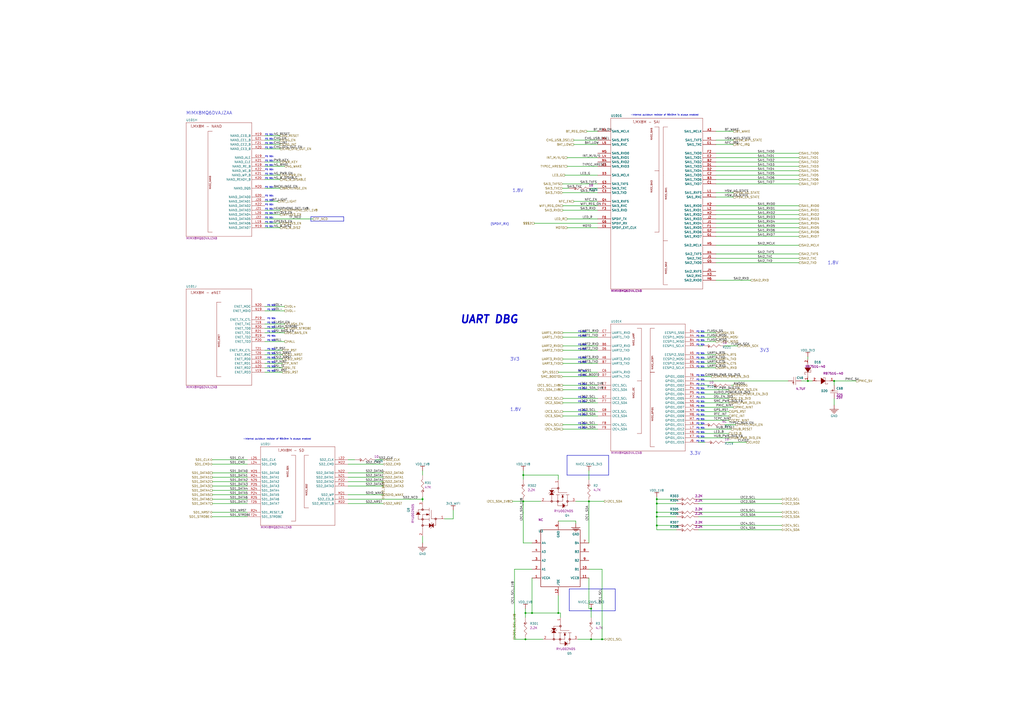
<source format=kicad_sch>
(kicad_sch (version 20231120) (generator "eeschema") (generator_version "8.0")
  (paper "A2")
  (title_block (title "Librem 5 Mainboard") (date "2024-03-21") (rev "v1.0.6") (company "Purism SPC") (comment 1 "GNU GPLv3+") (comment 2 "Copyright"))
  (lib_symbols
    (symbol "C-06_CPU_IO:3V3_WIFI" (power)
      (property "Reference" "#PWR" (at 0 0 0))
      (property "Value" "3V3_WIFI" (at 0 3.81 0))
      (symbol "3V3_WIFI_0_0"
        (pin power_in line (at 0 0 0) (length 0) hide (name "3V3_WIFI") (number ""))
      )
    )
    (symbol "C-06_CPU_IO:GND" (power)
      (property "Reference" "#PWR" (at 0 0 0))
      (property "Value" "GND" (at 0 6.35 0))
      (symbol "GND_0_0"
        (pin power_in line (at 0 0 0) (length 0) hide (name "GND") (number ""))
      )
    )
    (symbol "C-06_CPU_IO:NVCC_SNVS_3V3" (power)
      (property "Reference" "#PWR" (at 0 0 0))
      (property "Value" "NVCC_SNVS_3V3" (at 0 3.81 0))
      (symbol "NVCC_SNVS_3V3_0_0"
        (pin power_in line (at 0 0 0) (length 0) hide (name "NVCC_SNVS_3V3") (number ""))
      )
    )
    (symbol "C-06_CPU_IO:VDD_1V8" (power)
      (property "Reference" "#PWR" (at 0 0 0))
      (property "Value" "VDD_1V8" (at 0 3.81 0))
      (symbol "VDD_1V8_0_0"
        (pin power_in line (at 0 0 0) (length 0) hide (name "VDD_1V8") (number ""))
      )
    )
    (symbol "C-06_CPU_IO:VDD_3V3" (power)
      (property "Reference" "#PWR" (at 0 0 0))
      (property "Value" "VDD_3V3" (at 0 3.81 0))
      (symbol "VDD_3V3_0_0"
        (pin power_in line (at 0 0 0) (length 0) hide (name "VDD_3V3") (number ""))
      )
    )
    (symbol "C-06_CPU_IO:root_0_C0402"
      (symbol "root_0_C0402_1_0"
        (pin passive line (at 2.54 5.08 270) (length 2.54) (name "1") (number "1"))
        (pin passive line (at 2.54 -2.54 90) (length 2.54) (name "2") (number "2"))
      )
    )
    (symbol "C-06_CPU_IO:root_0_MIMX8MQ6DVAJZAA_BGA621"
      (symbol "root_0_MIMX8MQ6DVAJZAA_BGA621_1_0"
        (text "(LPDDR4/DDR4/DDR3)" (at 30.48 153.162 0) (effects (font (size 0.889 0.889)) (justify left bottom)))
        (text "i.MX8M - DDR" (at 30.48 164.592 0) (effects (font (size 1.524 1.524)) (justify left bottom)))
        (pin passive line (at 104.14 76.2 180) (length 7.62) (name "DRAM_DQ22/DQ6_B/DQL6_B/DQL6_B") (number "AA1"))
        (pin passive line (at -7.62 30.48 0) (length 7.62) (name "DRAM_AC27/PARITY") (number "AA12"))
        (pin passive line (at -7.62 12.7 0) (length 7.62) (name "DRAM_ZN/ZQ/ZQ/ZQ") (number "AA13"))
        (pin passive line (at -7.62 17.78 0) (length 7.62) (name "DRAM_VREF/VREF/VREF/VREF") (number "AA14"))
        (pin passive line (at 104.14 121.92 180) (length 7.62) (name "DRAM_DQ15/DQ15_A/DQU7_A/DQU7_A") (number "AA17"))
        (pin passive line (at 104.14 129.54 180) (length 7.62) (name "DRAM_DQ12/DQ12_A/DQU4_A/DQU4_A") (number "AA18"))
        (pin passive line (at 104.14 124.46 180) (length 7.62) (name "DRAM_DQ14/DQ14_A/DQU6_A/DQU6_A") (number "AA19"))
        (pin passive line (at 104.14 81.28 180) (length 7.62) (name "DRAM_DQ20/DQ4_B/DQL4_B/DQL4_B") (number "AA2"))
        (pin passive line (at 104.14 132.08 180) (length 7.62) (name "DRAM_DQ11/DQ11_A/DQU3_A/DQU3_A") (number "AA20"))
        (pin passive line (at 104.14 137.16 180) (length 7.62) (name "DRAM_DQ09/DQ09_A/DQU1_A/DQU1_A") (number "AA22"))
        (pin passive line (at 104.14 134.62 180) (length 7.62) (name "DRAM_DQ10/DQ10_A/DQU2_A/DQU2_A") (number "AA23"))
        (pin passive line (at 104.14 149.86 180) (length 7.62) (name "DRAM_DQ04/DQ4_A/DQL4_A/DQL4_A") (number "AA24"))
        (pin passive line (at 104.14 144.78 180) (length 7.62) (name "DRAM_DQ06/DQ6_A/DQL6_A/DQL6_A") (number "AA25"))
        (pin passive line (at 104.14 66.04 180) (length 7.62) (name "DRAM_DQ26/DQ10_B/DQU2_B/DQU2_B") (number "AA3"))
        (pin passive line (at 104.14 68.58 180) (length 7.62) (name "DRAM_DQ25/DQ09_B/DQU1_B/DQU1_B") (number "AA4"))
        (pin passive line (at 104.14 63.5 180) (length 7.62) (name "DRAM_DQ27/DQ11_B/DQU3_B/DQU3_B") (number "AA6"))
        (pin passive line (at 104.14 55.88 180) (length 7.62) (name "DRAM_DQ30/DQ14_B/DQU6_B/DQU6_B") (number "AA7"))
        (pin passive line (at 104.14 60.96 180) (length 7.62) (name "DRAM_DQ28/DQ12_B/DQU4_B/DQU4_B") (number "AA8"))
        (pin passive line (at 104.14 53.34 180) (length 7.62) (name "DRAM_DQ31/DQ15_B/DQU7_B/DQU7_B") (number "AA9"))
        (pin passive line (at 104.14 73.66 180) (length 7.62) (name "DRAM_DQ23/DQ7_B/DQL7_B/DQL7_B") (number "AB1"))
        (pin passive line (at -7.62 35.56 0) (length 7.62) (name "DRAM_AC35/RAS_N_/_A16~{/}RAS") (number "AB10"))
        (pin passive line (at -7.62 33.02 0) (length 7.62) (name "DRAM_AC26/BA1/BA1") (number "AB12"))
        (pin passive line (at -7.62 22.86 0) (length 7.62) (name "DRAM_RESET_N/RESET_N/RESET_N~{/}RESET") (number "AB13"))
        (pin passive line (at -7.62 7.62 0) (length 7.62) (name "DRAM_AC19/MTEST/MTEST/MTEST") (number "AB14"))
        (pin passive line (at -7.62 43.18 0) (length 7.62) (name "DRAM_AC07/A9/A9") (number "AB15"))
        (pin passive line (at -7.62 116.84 0) (length 7.62) (name "DRAM_AC14/A4/A4") (number "AB16"))
        (pin passive line (at 104.14 127 180) (length 7.62) (name "DRAM_DQ13/DQ13_A/DQU5_A/DQU5_A") (number "AB19"))
        (pin passive line (at 104.14 114.3 180) (length 7.62) (name "DRAM_DM1/DMI1_A/DMU_N_A_/_DBIU_N_A/DMU_A") (number "AB20"))
        (pin passive line (at 104.14 101.6 180) (length 7.62) (name "DRAM_DQS1_P/DQS1_T_A/DQSU_T_A/DQSU_A") (number "AB21"))
        (pin passive line (at 104.14 139.7 180) (length 7.62) (name "DRAM_DQ08/DQ08_A/DQU0_A/DQU0_A") (number "AB22"))
        (pin passive line (at 104.14 142.24 180) (length 7.62) (name "DRAM_DQ07/DQ7_A/DQL7_A/DQL7_A") (number "AB25"))
        (pin passive line (at 104.14 71.12 180) (length 7.62) (name "DRAM_DQ24/DQ08_B/DQU0_B/DQU0_B") (number "AB4"))
        (pin passive line (at 104.14 33.02 180) (length 7.62) (name "DRAM_DQS3_P/DQS1_T_B/DQSU_T_B/DQSU_B") (number "AB5"))
        (pin passive line (at 104.14 45.72 180) (length 7.62) (name "DRAM_DM3/DMI1_B/DMU_N_B_/_DBIU_N_B/DMU_B") (number "AB6"))
        (pin passive line (at 104.14 58.42 180) (length 7.62) (name "DRAM_DQ29/DQ13_B/DQU5_B/DQU5_B") (number "AB7"))
        (pin passive line (at 104.14 38.1 180) (length 7.62) (name "DRAM_DQS2_N/DQS0_C_B/DQSL_C_B~{/}DQSL_B") (number "AC1"))
        (pin passive line (at -7.62 66.04 0) (length 7.62) (name "DRAM_AC34/WE_N_/_A14~{/}WE") (number "AC10"))
        (pin passive line (at -7.62 38.1 0) (length 7.62) (name "DRAM_AC38/CS1_N~{/}CS1") (number "AC11"))
        (pin passive line (at -7.62 50.8 0) (length 7.62) (name "DRAM_AC36/ODT0/ODT0") (number "AC12"))
        (pin passive line (at -7.62 5.08 0) (length 7.62) (name "DRAM_ALERT_N/MTEST1/ALERT_N_/_MTEST1/MTE") (number "AC13"))
        (pin passive line (at -7.62 45.72 0) (length 7.62) (name "DRAM_AC15/A3/A3") (number "AC15"))
        (pin passive line (at -7.62 134.62 0) (length 7.62) (name "DRAM_AC00/CKE0_A/CKE0/CKE0") (number "AC16"))
        (pin passive line (at -7.62 139.7 0) (length 7.62) (name "DRAM_AC03/CS1_A/C0/") (number "AC18"))
        (pin passive line (at 104.14 40.64 180) (length 7.62) (name "DRAM_DQS2_P/DQS0_T_B/DQSL_T_B/DQSL_B") (number "AC2"))
        (pin passive line (at 104.14 99.06 180) (length 7.62) (name "DRAM_DQS1_N/DQS1_C_A/DQSU_C_A~{/}DQSU_A") (number "AC21"))
        (pin passive line (at 104.14 109.22 180) (length 7.62) (name "DRAM_DQS0_P/DQS0_T_A/DQSL_T_A/DQSL_A") (number "AC24"))
        (pin passive line (at 104.14 106.68 180) (length 7.62) (name "DRAM_DQS0_N/DQS0_C_A/DQSL_C_A~{/}DQSL_A") (number "AC25"))
        (pin passive line (at 104.14 30.48 180) (length 7.62) (name "DRAM_DQS3_N/DQS1_C_B/DQSU_C_B~{/}DQSU_B") (number "AC5"))
        (pin passive line (at -7.62 104.14 0) (length 7.62) (name "DRAM_AC28/CA2_B/A13/A13") (number "AC7"))
        (pin passive line (at -7.62 91.44 0) (length 7.62) (name "DRAM_AC23/CS0_B/") (number "AC9"))
        (pin passive line (at -7.62 83.82 0) (length 7.62) (name "DRAM_AC20/CKE0_B/CK_T_B/CK_B") (number "AD10"))
        (pin passive line (at -7.62 76.2 0) (length 7.62) (name "DRAM_AC24/CK_T_B/A2/A2") (number "AD12"))
        (pin passive line (at -7.62 127 0) (length 7.62) (name "DRAM_AC04/CK_T_A/BG0/BA2") (number "AD14"))
        (pin passive line (at -7.62 55.88 0) (length 7.62) (name "DRAM_AC17/CK_C_A~{/}CK_A") (number "AD15"))
        (pin passive line (at -7.62 160.02 0) (length 7.62) (name "DRAM_AC08/CA0_A/A12/A12_/~{_}BC") (number "AD17"))
        (pin passive line (at -7.62 149.86 0) (length 7.62) (name "DRAM_AC12/CA4_A/A6/A6") (number "AD19"))
        (pin passive line (at 104.14 88.9 180) (length 7.62) (name "DRAM_DQ17/DQ1_B/DQL1_B/DQL1_B") (number "AD2"))
        (pin passive line (at -7.62 154.94 0) (length 7.62) (name "DRAM_AC10/CA2_A/A7/A7") (number "AD20"))
        (pin passive line (at 104.14 152.4 180) (length 7.62) (name "DRAM_DQ03/DQ3_A/DQL3_A/DQL3_A") (number "AD22"))
        (pin passive line (at 104.14 116.84 180) (length 7.62) (name "DRAM_DM0/DMI0_A/DML_N_A_/_DBIL_N_A/DML_A") (number "AD23"))
        (pin passive line (at 104.14 157.48 180) (length 7.62) (name "DRAM_DQ01/DQ1_A/DQL1_A/DQL1_A") (number "AD24"))
        (pin passive line (at 104.14 48.26 180) (length 7.62) (name "DRAM_DM2/DMI0_B/DML_N_B_/_DBIL_N_B/DML_B") (number "AD3"))
        (pin passive line (at 104.14 83.82 180) (length 7.62) (name "DRAM_DQ19/DQ3_B/DQL3_B/DQL3_B") (number "AD4"))
        (pin passive line (at -7.62 96.52 0) (length 7.62) (name "DRAM_AC31/CA5_B/A0/A0") (number "AD6"))
        (pin passive line (at -7.62 88.9 0) (length 7.62) (name "DRAM_AC22/CS1_B/") (number "AD8"))
        (pin passive line (at -7.62 81.28 0) (length 7.62) (name "DRAM_AC21/CKE1_B/CK_C_B~{/}CK_B") (number "AE10"))
        (pin passive line (at -7.62 48.26 0) (length 7.62) (name "DRAM_AC37/ODT1/ODT1") (number "AE11"))
        (pin passive line (at -7.62 73.66 0) (length 7.62) (name "DRAM_AC25/CK_C_B/A1/A1") (number "AE12"))
        (pin passive line (at -7.62 40.64 0) (length 7.62) (name "DRAM_AC06/ACT_N/A15") (number "AE13"))
        (pin passive line (at -7.62 124.46 0) (length 7.62) (name "DRAM_AC05/CK_C_A/BG1/A14") (number "AE14"))
        (pin passive line (at -7.62 53.34 0) (length 7.62) (name "DRAM_AC16/CK_T_A/CK_A") (number "AE15"))
        (pin passive line (at -7.62 157.48 0) (length 7.62) (name "DRAM_AC09/CA1_A/A11/A11") (number "AE16"))
        (pin passive line (at -7.62 132.08 0) (length 7.62) (name "DRAM_AC01/CKE1_A/CKE1/CKE1") (number "AE17"))
        (pin passive line (at -7.62 142.24 0) (length 7.62) (name "DRAM_AC02/CS0_A/CS0_N~{/}CS0") (number "AE18"))
        (pin passive line (at -7.62 147.32 0) (length 7.62) (name "DRAM_AC13/CA5_A/A5/A5") (number "AE19"))
        (pin passive line (at -7.62 152.4 0) (length 7.62) (name "DRAM_AC11/CA3_A/A8/A8") (number "AE20"))
        (pin passive line (at 104.14 154.94 180) (length 7.62) (name "DRAM_DQ02/DQ2_A/DQL2_A/DQL2_A") (number "AE22"))
        (pin passive line (at 104.14 160.02 180) (length 7.62) (name "DRAM_DQ00/DQ0_A/DQL0_A/DQL0_A") (number "AE23"))
        (pin passive line (at 104.14 91.44 180) (length 7.62) (name "DRAM_DQ16/DQ0_B/DQL0_B/DQL0_B") (number "AE3"))
        (pin passive line (at 104.14 86.36 180) (length 7.62) (name "DRAM_DQ18/DQ2_B/DQL2_B/DQL2_B") (number "AE4"))
        (pin passive line (at -7.62 99.06 0) (length 7.62) (name "DRAM_AC30/CA4_B/A10_/_AP/A10_/_AP") (number "AE6"))
        (pin passive line (at -7.62 101.6 0) (length 7.62) (name "DRAM_AC29/CA3_B/BA0/BA0") (number "AE7"))
        (pin passive line (at -7.62 109.22 0) (length 7.62) (name "DRAM_AC32/CA0_B/C2/") (number "AE8"))
        (pin passive line (at -7.62 106.68 0) (length 7.62) (name "DRAM_AC33/CA1_B/CAS_N_/_A15~{/}CAS") (number "AE9"))
        (pin passive line (at 104.14 78.74 180) (length 7.62) (name "DRAM_DQ21/DQ5_B/DQL5_B/DQL5_B") (number "Y1"))
        (pin passive line (at 104.14 147.32 180) (length 7.62) (name "DRAM_DQ05/DQ5_A/DQL5_A/DQL5_A") (number "Y25"))
      )
      (symbol "root_0_MIMX8MQ6DVAJZAA_BGA621_2_0"
        (text "i.MX8M - USB" (at 5.08 90.932 0) (effects (font (size 1.524 1.524)) (justify left bottom)))
        (text "USB_P0_VDD33" (at 19.558 70.358 900) (effects (font (size 0.889 0.889)) (justify left bottom)))
        (text "USB_P0_VPH" (at 19.558 55.372 900) (effects (font (size 0.889 0.889)) (justify left bottom)))
        (text "USB_P1_VDD33" (at 19.558 22.098 900) (effects (font (size 0.889 0.889)) (justify left bottom)))
        (text "USB_P1_VPH" (at 19.558 7.112 900) (effects (font (size 0.889 0.889)) (justify left bottom)))
        (pin passive line (at 48.26 35.56 180) (length 7.62) (name "USB2_DP") (number "A10"))
        (pin passive line (at 48.26 55.88 180) (length 7.62) (name "USB1_RESREF") (number "A11"))
        (pin passive line (at 48.26 63.5 180) (length 7.62) (name "USB1_RX_P") (number "A12"))
        (pin passive line (at 48.26 71.12 180) (length 7.62) (name "USB1_TX_P") (number "A13"))
        (pin passive line (at 48.26 83.82 180) (length 7.62) (name "USB1_DP") (number "A14"))
        (pin passive line (at 48.26 15.24 180) (length 7.62) (name "USB2_RX_P") (number "A8"))
        (pin passive line (at 48.26 22.86 180) (length 7.62) (name "USB2_TX_P") (number "A9"))
        (pin passive line (at 48.26 33.02 180) (length 7.62) (name "USB2_DN") (number "B10"))
        (pin passive line (at 48.26 7.62 180) (length 7.62) (name "USB2_RESREF") (number "B11"))
        (pin passive line (at 48.26 60.96 180) (length 7.62) (name "USB1_RX_N") (number "B12"))
        (pin passive line (at 48.26 68.58 180) (length 7.62) (name "USB1_TX_N") (number "B13"))
        (pin passive line (at 48.26 81.28 180) (length 7.62) (name "USB1_DN") (number "B14"))
        (pin passive line (at 48.26 12.7 180) (length 7.62) (name "USB2_RX_N") (number "B8"))
        (pin passive line (at 48.26 20.32 180) (length 7.62) (name "USB2_TX_N") (number "B9"))
        (pin passive line (at 48.26 78.74 180) (length 7.62) (name "USB1_ID") (number "C14"))
        (pin passive line (at 48.26 30.48 180) (length 7.62) (name "USB2_ID") (number "C9"))
        (pin passive line (at 48.26 86.36 180) (length 7.62) (name "USB1_VBUS") (number "D14"))
        (pin passive line (at 48.26 38.1 180) (length 7.62) (name "USB2_VBUS") (number "D9"))
      )
      (symbol "root_0_MIMX8MQ6DVAJZAA_BGA621_3_0"
        (text "i.MX8M - PCIe" (at 5.08 62.992 0) (effects (font (size 1.524 1.524)) (justify left bottom)))
        (text "PCIE0_VPH" (at 11.938 42.164 900) (effects (font (size 0.889 0.889)) (justify left bottom)))
        (text "PCIE1_VPH" (at 11.938 14.224 900) (effects (font (size 0.889 0.889)) (justify left bottom)))
        (pin passive line (at 48.26 7.62 180) (length 7.62) (name "PCIE2_RESREF") (number "C25"))
        (pin passive line (at 48.26 20.32 180) (length 7.62) (name "PCIE2_RXN_N") (number "D24"))
        (pin passive line (at 48.26 22.86 180) (length 7.62) (name "PCIE2_RXN_P") (number "D25"))
        (pin passive line (at 48.26 27.94 180) (length 7.62) (name "PCIE2_TXN_N") (number "E24"))
        (pin passive line (at 48.26 30.48 180) (length 7.62) (name "PCIE2_TXN_P") (number "E25"))
        (pin passive line (at 48.26 12.7 180) (length 7.62) (name "PCIE2_REF_PAD_CLK_N") (number "F24"))
        (pin passive line (at 48.26 15.24 180) (length 7.62) (name "PCIE2_REF_PAD_CLK_P") (number "F25"))
        (pin passive line (at 48.26 35.56 180) (length 7.62) (name "PCIE1_RESREF") (number "G25"))
        (pin passive line (at 48.26 48.26 180) (length 7.62) (name "PCIE1_RXN_N") (number "H24"))
        (pin passive line (at 48.26 50.8 180) (length 7.62) (name "PCIE1_RXN_P") (number "H25"))
        (pin passive line (at 48.26 55.88 180) (length 7.62) (name "PCIE1_TXN_N") (number "J24"))
        (pin passive line (at 48.26 58.42 180) (length 7.62) (name "PCIE1_TXN_P") (number "J25"))
        (pin passive line (at 48.26 40.64 180) (length 7.62) (name "PCIE1_REF_PAD_CLK_N") (number "K24"))
        (pin passive line (at 48.26 43.18 180) (length 7.62) (name "PCIE1_REF_PAD_CLK_P") (number "K25"))
      )
      (symbol "root_0_MIMX8MQ6DVAJZAA_BGA621_4_0"
        (text "DSI_VDDHA" (at 19.558 24.892 900) (effects (font (size 0.889 0.889)) (justify left bottom)))
        (text "i.MX8M - DSI" (at 7.62 52.832 0) (effects (font (size 1.524 1.524)) (justify left bottom)))
        (pin passive line (at 48.26 15.24 180) (length 7.62) (name "MIPI_DSI_D3_N") (number "A15"))
        (pin passive line (at 48.26 30.48 180) (length 7.62) (name "MIPI_DSI_D1_N") (number "A16"))
        (pin passive line (at 48.26 38.1 180) (length 7.62) (name "MIPI_DSI_D0_N") (number "A17"))
        (pin passive line (at 48.26 22.86 180) (length 7.62) (name "MIPI_DSI_D2_N") (number "A18"))
        (pin passive line (at 48.26 17.78 180) (length 7.62) (name "MIPI_DSI_D3_P") (number "B15"))
        (pin passive line (at 48.26 33.02 180) (length 7.62) (name "MIPI_DSI_D1_P") (number "B16"))
        (pin passive line (at 48.26 40.64 180) (length 7.62) (name "MIPI_DSI_D0_P") (number "B17"))
        (pin passive line (at 48.26 25.4 180) (length 7.62) (name "MIPI_DSI_D2_P") (number "B18"))
        (pin passive line (at 48.26 45.72 180) (length 7.62) (name "MIPI_DSI_CLK_N") (number "C16"))
        (pin passive line (at 48.26 10.16 180) (length 7.62) (name "MIPI_DSI_REXT") (number "C17"))
        (pin passive line (at 48.26 48.26 180) (length 7.62) (name "MIPI_DSI_CLK_P") (number "D16"))
      )
      (symbol "root_0_MIMX8MQ6DVAJZAA_BGA621_5_0"
        (text "CSI_P1_VDDHA" (at 17.018 52.578 900) (effects (font (size 0.889 0.889)) (justify left bottom)))
        (text "CSI_P2_VDDHA" (at 17.018 9.398 900) (effects (font (size 0.889 0.889)) (justify left bottom)))
        (text "i.MX8M - CSI" (at 7.62 85.852 0) (effects (font (size 1.524 1.524)) (justify left bottom)))
        (pin passive line (at 48.26 35.56 180) (length 7.62) (name "MIPI_CSI2_CLK_N") (number "A19"))
        (pin passive line (at 48.26 20.32 180) (length 7.62) (name "MIPI_CSI2_D1_N") (number "A20"))
        (pin passive line (at 48.26 12.7 180) (length 7.62) (name "MIPI_CSI2_D2_N") (number "A21"))
        (pin passive line (at 48.26 78.74 180) (length 7.62) (name "MIPI_CSI1_CLK_N") (number "A22"))
        (pin passive line (at 48.26 71.12 180) (length 7.62) (name "MIPI_CSI1_D0_N") (number "A23"))
        (pin passive line (at 48.26 38.1 180) (length 7.62) (name "MIPI_CSI2_CLK_P") (number "B19"))
        (pin passive line (at 48.26 22.86 180) (length 7.62) (name "MIPI_CSI2_D1_P") (number "B20"))
        (pin passive line (at 48.26 15.24 180) (length 7.62) (name "MIPI_CSI2_D2_P") (number "B21"))
        (pin passive line (at 48.26 81.28 180) (length 7.62) (name "MIPI_CSI1_CLK_P") (number "B22"))
        (pin passive line (at 48.26 73.66 180) (length 7.62) (name "MIPI_CSI1_D0_P") (number "B23"))
        (pin passive line (at 48.26 55.88 180) (length 7.62) (name "MIPI_CSI1_D2_N") (number "B24"))
        (pin passive line (at 48.26 5.08 180) (length 7.62) (name "MIPI_CSI2_D3_N") (number "C19"))
        (pin passive line (at 48.26 27.94 180) (length 7.62) (name "MIPI_CSI2_D0_N") (number "C20"))
        (pin passive line (at 48.26 48.26 180) (length 7.62) (name "MIPI_CSI1_D3_N") (number "C21"))
        (pin passive line (at 48.26 63.5 180) (length 7.62) (name "MIPI_CSI1_D1_N") (number "C22"))
        (pin passive line (at 48.26 58.42 180) (length 7.62) (name "MIPI_CSI1_D2_P") (number "C23"))
        (pin passive line (at 48.26 7.62 180) (length 7.62) (name "MIPI_CSI2_D3_P") (number "D19"))
        (pin passive line (at 48.26 30.48 180) (length 7.62) (name "MIPI_CSI2_D0_P") (number "D20"))
        (pin passive line (at 48.26 50.8 180) (length 7.62) (name "MIPI_CSI1_D3_P") (number "D21"))
        (pin passive line (at 48.26 66.04 180) (length 7.62) (name "MIPI_CSI1_D1_P") (number "D22"))
      )
      (symbol "root_0_MIMX8MQ6DVAJZAA_BGA621_6_0"
        (text "HDMI_AVDDIO" (at 17.018 34.798 900) (effects (font (size 0.889 0.889)) (justify left bottom)))
        (text "i.MX8M - HDMI" (at 2.54 75.692 0) (effects (font (size 1.524 1.524)) (justify left bottom)))
        (pin passive line (at 48.26 17.78 180) (length 7.62) (name "HDMI_TX_P_LN_3") (number "M1"))
        (pin passive line (at 48.26 20.32 180) (length 7.62) (name "HDMI_TX_M_LN_3") (number "M2"))
        (pin passive line (at 48.26 27.94 180) (length 7.62) (name "HDMI_TX_M_LN_2") (number "N1"))
        (pin passive line (at 48.26 25.4 180) (length 7.62) (name "HDMI_TX_P_LN_2") (number "N2"))
        (pin passive line (at 48.26 5.08 180) (length 7.62) (name "HDMI_REXT") (number "P1"))
        (pin passive line (at 48.26 68.58 180) (length 7.62) (name "HDMI_DDC_SDA") (number "P3"))
        (pin passive line (at 48.26 48.26 180) (length 7.62) (name "HDMI_REFCLK_N") (number "R1"))
        (pin passive line (at 48.26 50.8 180) (length 7.62) (name "HDMI_REFCLK_P") (number "R2"))
        (pin passive line (at 48.26 71.12 180) (length 7.62) (name "HDMI_DDC_SCL") (number "R3"))
        (pin passive line (at 48.26 40.64 180) (length 7.62) (name "HDMI_TX_P_LN_0") (number "T1"))
        (pin passive line (at 48.26 43.18 180) (length 7.62) (name "HDMI_TX_M_LN_0") (number "T2"))
        (pin passive line (at 48.26 35.56 180) (length 7.62) (name "HDMI_TX_M_LN_1") (number "U1"))
        (pin passive line (at 48.26 33.02 180) (length 7.62) (name "HDMI_TX_P_LN_1") (number "U2"))
        (pin passive line (at 48.26 12.7 180) (length 7.62) (name "HDMI_AUX_P") (number "V1"))
        (pin passive line (at 48.26 10.16 180) (length 7.62) (name "HDMI_AUX_N") (number "V2"))
        (pin passive line (at 48.26 63.5 180) (length 7.62) (name "HDMI_HPD") (number "W2"))
        (pin passive line (at 48.26 58.42 180) (length 7.62) (name "HDMI_CEC") (number "W3"))
      )
      (symbol "root_0_MIMX8MQ6DVAJZAA_BGA621_7_0"
        (text "i.MX8M - SAI" (at 12.7 96.012 0) (effects (font (size 1.524 1.524)) (justify left bottom)))
        (text "NVCC_SAI1" (at 32.512 51.816 900) (effects (font (size 0.889 0.889)) (justify left bottom)))
        (text "NVCC_SAI2" (at 32.512 8.636 900) (effects (font (size 0.889 0.889)) (justify left bottom)))
        (text "NVCC_SAI3" (at 24.13 55.88 900) (effects (font (size 0.889 0.889)) (justify left bottom)))
        (text "NVCC_SAI5" (at 24.13 86.36 900) (effects (font (size 0.889 0.889)) (justify left bottom)))
        (pin passive line (at 60.96 91.44 180) (length 7.62) (name "SAI1_MCLK") (number "A3"))
        (pin passive line (at 60.96 73.66 180) (length 7.62) (name "SAI1_TXD2") (number "B2"))
        (pin passive line (at 60.96 63.5 180) (length 7.62) (name "SAI1_TXD6") (number "B3"))
        (pin passive line (at 60.96 60.96 180) (length 7.62) (name "SAI1_TXD7") (number "C1"))
        (pin passive line (at 60.96 66.04 180) (length 7.62) (name "SAI1_TXD5") (number "C2"))
        (pin passive line (at -7.62 55.88 0) (length 7.62) (name "SAI3_TXD") (number "C3"))
        (pin passive line (at -7.62 58.42 0) (length 7.62) (name "SAI3_TXC") (number "C4"))
        (pin passive line (at 60.96 71.12 180) (length 7.62) (name "SAI1_TXD3") (number "D1"))
        (pin passive line (at 60.96 68.58 180) (length 7.62) (name "SAI1_TXD4") (number "D2"))
        (pin passive line (at -7.62 66.04 0) (length 7.62) (name "SAI3_MCLK") (number "D3"))
        (pin passive line (at 60.96 83.82 180) (length 7.62) (name "SAI1_TXC") (number "E1"))
        (pin passive line (at 60.96 76.2 180) (length 7.62) (name "SAI1_TXD1") (number "E2"))
        (pin passive line (at -7.62 35.56 0) (length 7.62) (name "SPDIF_EXT_CLK") (number "E6"))
        (pin passive line (at 60.96 35.56 180) (length 7.62) (name "SAI1_RXD5") (number "F1"))
        (pin passive line (at 60.96 78.74 180) (length 7.62) (name "SAI1_TXD0") (number "F2"))
        (pin passive line (at -7.62 45.72 0) (length 7.62) (name "SAI3_RXD") (number "F3"))
        (pin passive line (at -7.62 48.26 0) (length 7.62) (name "SAI3_RXC") (number "F4"))
        (pin passive line (at -7.62 40.64 0) (length 7.62) (name "SPDIF_TX") (number "F6"))
        (pin passive line (at 60.96 30.48 180) (length 7.62) (name "SAI1_RXD7") (number "G1"))
        (pin passive line (at 60.96 33.02 180) (length 7.62) (name "SAI1_RXD6") (number "G2"))
        (pin passive line (at -7.62 60.96 0) (length 7.62) (name "SAI3_TXFS") (number "G3"))
        (pin passive line (at -7.62 50.8 0) (length 7.62) (name "SAI3_RXFS") (number "G4"))
        (pin passive line (at 60.96 15.24 180) (length 7.62) (name "SAI2_TXD0") (number "G5"))
        (pin passive line (at -7.62 38.1 0) (length 7.62) (name "SPDIF_RX") (number "G6"))
        (pin passive line (at 60.96 86.36 180) (length 7.62) (name "SAI1_TXFS") (number "H1"))
        (pin passive line (at 60.96 43.18 180) (length 7.62) (name "SAI1_RXD2") (number "H2"))
        (pin passive line (at 60.96 7.62 180) (length 7.62) (name "SAI2_RXC") (number "H3"))
        (pin passive line (at 60.96 20.32 180) (length 7.62) (name "SAI2_TXFS") (number "H4"))
        (pin passive line (at 60.96 25.4 180) (length 7.62) (name "SAI2_MCLK") (number "H5"))
        (pin passive line (at 60.96 5.08 180) (length 7.62) (name "SAI2_RXD0") (number "H6"))
        (pin passive line (at 60.96 38.1 180) (length 7.62) (name "SAI1_RXD4") (number "J1"))
        (pin passive line (at 60.96 40.64 180) (length 7.62) (name "SAI1_RXD3") (number "J2"))
        (pin passive line (at 60.96 10.16 180) (length 7.62) (name "SAI2_RXFS") (number "J4"))
        (pin passive line (at 60.96 17.78 180) (length 7.62) (name "SAI2_TXC") (number "J5"))
        (pin passive line (at 60.96 53.34 180) (length 7.62) (name "SAI1_RXC") (number "K1"))
        (pin passive line (at 60.96 48.26 180) (length 7.62) (name "SAI1_RXD0") (number "K2"))
        (pin passive line (at -7.62 91.44 0) (length 7.62) (name "SAI5_MCLK") (number "K4"))
        (pin passive line (at -7.62 71.12 0) (length 7.62) (name "SAI5_RXD3") (number "K5"))
        (pin passive line (at 60.96 55.88 180) (length 7.62) (name "SAI1_RXFS") (number "L1"))
        (pin passive line (at 60.96 45.72 180) (length 7.62) (name "SAI1_RXD1") (number "L2"))
        (pin passive line (at -7.62 76.2 0) (length 7.62) (name "SAI5_RXD1") (number "L4"))
        (pin passive line (at -7.62 83.82 0) (length 7.62) (name "SAI5_RXC") (number "L5"))
        (pin passive line (at -7.62 73.66 0) (length 7.62) (name "SAI5_RXD2") (number "M4"))
        (pin passive line (at -7.62 78.74 0) (length 7.62) (name "SAI5_RXD0") (number "M5"))
        (pin passive line (at -7.62 86.36 0) (length 7.62) (name "SAI5_RXFS") (number "N4"))
      )
      (symbol "root_0_MIMX8MQ6DVAJZAA_BGA621_8_0"
        (text "i.MX8M - NAND" (at 2.54 62.992 0) (effects (font (size 1.524 1.524)) (justify left bottom)))
        (text "NVCC_NAND" (at 14.478 27.432 900) (effects (font (size 0.889 0.889)) (justify left bottom)))
        (pin passive line (at 45.72 53.34 180) (length 7.62) (name "NAND_CE2_B") (number "F21"))
        (pin passive line (at 45.72 45.72 180) (length 7.62) (name "NAND_ALE") (number "G19"))
        (pin passive line (at 45.72 22.86 180) (length 7.62) (name "NAND_DATA00") (number "G20"))
        (pin passive line (at 45.72 55.88 180) (length 7.62) (name "NAND_CE1_B") (number "G21"))
        (pin passive line (at 45.72 58.42 180) (length 7.62) (name "NAND_CE0_B") (number "H19"))
        (pin passive line (at 45.72 50.8 180) (length 7.62) (name "NAND_CE3_B") (number "H20"))
        (pin passive line (at 45.72 43.18 180) (length 7.62) (name "NAND_CLE") (number "H21"))
        (pin passive line (at 45.72 17.78 180) (length 7.62) (name "NAND_DATA02") (number "H22"))
        (pin passive line (at 45.72 20.32 180) (length 7.62) (name "NAND_DATA01") (number "J20"))
        (pin passive line (at 45.72 15.24 180) (length 7.62) (name "NAND_DATA03") (number "J21"))
        (pin passive line (at 45.72 10.16 180) (length 7.62) (name "NAND_DATA05") (number "J22"))
        (pin passive line (at 45.72 40.64 180) (length 7.62) (name "NAND_RE_B") (number "K19"))
        (pin passive line (at 45.72 33.02 180) (length 7.62) (name "NAND_READY_B") (number "K20"))
        (pin passive line (at 45.72 35.56 180) (length 7.62) (name "NAND_WP_B") (number "K21"))
        (pin passive line (at 45.72 38.1 180) (length 7.62) (name "NAND_WE_B") (number "K22"))
        (pin passive line (at 45.72 7.62 180) (length 7.62) (name "NAND_DATA06") (number "L19"))
        (pin passive line (at 45.72 12.7 180) (length 7.62) (name "NAND_DATA04") (number "L20"))
        (pin passive line (at 45.72 5.08 180) (length 7.62) (name "NAND_DATA07") (number "M19"))
        (pin passive line (at 45.72 27.94 180) (length 7.62) (name "NAND_DQS") (number "M20"))
      )
      (symbol "root_0_MIMX8MQ6DVAJZAA_BGA621_9_0"
        (text "i.MX8M - SD" (at 10.16 42.672 0) (effects (font (size 1.524 1.524)) (justify left bottom)))
        (text "NVCC_SD1" (at 16.256 27.94 900) (effects (font (size 0.889 0.889)) (justify left bottom)))
        (text "NVCC_SD2" (at 27.178 17.272 900) (effects (font (size 0.889 0.889)) (justify left bottom)))
        (pin passive line (at 50.8 15.24 180) (length 7.62) (name "SD2_CD_B") (number "L21"))
        (pin passive line (at 50.8 38.1 180) (length 7.62) (name "SD2_CLK") (number "L22"))
        (pin passive line (at -7.62 35.56 0) (length 7.62) (name "SD1_CMD") (number "L24"))
        (pin passive line (at -7.62 38.1 0) (length 7.62) (name "SD1_CLK") (number "L25"))
        (pin passive line (at 50.8 17.78 180) (length 7.62) (name "SD2_WP") (number "M21"))
        (pin passive line (at 50.8 35.56 180) (length 7.62) (name "SD2_CMD") (number "M22"))
        (pin passive line (at -7.62 27.94 0) (length 7.62) (name "SD1_DATA1") (number "M24"))
        (pin passive line (at -7.62 30.48 0) (length 7.62) (name "SD1_DATA0") (number "M25"))
        (pin passive line (at 50.8 27.94 180) (length 7.62) (name "SD2_DATA1") (number "N21"))
        (pin passive line (at 50.8 30.48 180) (length 7.62) (name "SD2_DATA0") (number "N22"))
        (pin passive line (at -7.62 20.32 0) (length 7.62) (name "SD1_DATA4") (number "N24"))
        (pin passive line (at -7.62 25.4 0) (length 7.62) (name "SD1_DATA2") (number "N25"))
        (pin passive line (at 50.8 22.86 180) (length 7.62) (name "SD2_DATA3") (number "P21"))
        (pin passive line (at 50.8 25.4 180) (length 7.62) (name "SD2_DATA2") (number "P22"))
        (pin passive line (at -7.62 17.78 0) (length 7.62) (name "SD1_DATA5") (number "P24"))
        (pin passive line (at -7.62 22.86 0) (length 7.62) (name "SD1_DATA3") (number "P25"))
        (pin passive line (at 50.8 12.7 180) (length 7.62) (name "SD2_RESET_B") (number "R22"))
        (pin passive line (at -7.62 7.62 0) (length 7.62) (name "SD1_RESET_B") (number "R24"))
        (pin passive line (at -7.62 15.24 0) (length 7.62) (name "SD1_DATA6") (number "R25"))
        (pin passive line (at -7.62 5.08 0) (length 7.62) (name "SD1_STROBE") (number "T24"))
        (pin passive line (at -7.62 12.7 0) (length 7.62) (name "SD1_DATA7") (number "T25"))
      )
      (symbol "root_0_MIMX8MQ6DVAJZAA_BGA621_10_0"
        (text "i.MX8M - eNET" (at 2.54 52.832 0) (effects (font (size 1.524 1.524)) (justify left bottom)))
        (text "NVCC_ENET" (at 19.558 22.098 900) (effects (font (size 0.889 0.889)) (justify left bottom)))
        (pin passive line (at 45.72 43.18 180) (length 7.62) (name "ENET_MDIO") (number "N19"))
        (pin passive line (at 45.72 45.72 180) (length 7.62) (name "ENET_MDC") (number "N20"))
        (pin passive line (at 45.72 38.1 180) (length 7.62) (name "ENET_TX_CTL") (number "P19"))
        (pin passive line (at 45.72 25.4 180) (length 7.62) (name "ENET_TD3") (number "P20"))
        (pin passive line (at 45.72 27.94 180) (length 7.62) (name "ENET_TD2") (number "R19"))
        (pin passive line (at 45.72 33.02 180) (length 7.62) (name "ENET_TD0") (number "R20"))
        (pin passive line (at 45.72 30.48 180) (length 7.62) (name "ENET_TD1") (number "R21"))
        (pin passive line (at 45.72 35.56 180) (length 7.62) (name "ENET_TXC") (number "T19"))
        (pin passive line (at 45.72 17.78 180) (length 7.62) (name "ENET_RXC") (number "T20"))
        (pin passive line (at 45.72 20.32 180) (length 7.62) (name "ENET_RX_CTL") (number "T21"))
        (pin passive line (at 45.72 15.24 180) (length 7.62) (name "ENET_RD0") (number "U19"))
        (pin passive line (at 45.72 10.16 180) (length 7.62) (name "ENET_RD2") (number "U20"))
        (pin passive line (at 45.72 12.7 180) (length 7.62) (name "ENET_RD1") (number "U21"))
        (pin passive line (at 45.72 7.62 180) (length 7.62) (name "ENET_RD3") (number "V19"))
      )
      (symbol "root_0_MIMX8MQ6DVAJZAA_BGA621_11_0"
        (text "NVCC_ECSPI" (at 24.638 47.244 900) (effects (font (size 0.889 0.889)) (justify left bottom)))
        (text "NVCC_GPIO1" (at 24.638 17.272 900) (effects (font (size 0.889 0.889)) (justify left bottom)))
        (text "NVCC_I2C" (at 13.716 30.48 900) (effects (font (size 0.889 0.889)) (justify left bottom)))
        (text "NVCC_UART" (at 13.716 60.96 900) (effects (font (size 0.889 0.889)) (justify left bottom)))
        (pin passive line (at 50.8 66.04 180) (length 7.62) (name "ECSPI1_MOSI") (number "A4"))
        (pin passive line (at 50.8 55.88 180) (length 7.62) (name "ECSPI2_SS0") (number "A5"))
        (pin passive line (at -7.62 53.34 0) (length 7.62) (name "UART3_RXD") (number "A6"))
        (pin passive line (at -7.62 66.04 0) (length 7.62) (name "UART1_TXD") (number "A7"))
        (pin passive line (at 50.8 63.5 180) (length 7.62) (name "ECSPI1_MISO") (number "B4"))
        (pin passive line (at 50.8 50.8 180) (length 7.62) (name "ECSPI2_MISO") (number "B5"))
        (pin passive line (at -7.62 60.96 0) (length 7.62) (name "UART2_RXD") (number "B6"))
        (pin passive line (at -7.62 50.8 0) (length 7.62) (name "UART3_TXD") (number "B7"))
        (pin passive line (at 50.8 48.26 180) (length 7.62) (name "ECSPI2_SCLK") (number "C5"))
        (pin passive line (at -7.62 45.72 0) (length 7.62) (name "UART4_RXD") (number "C6"))
        (pin passive line (at -7.62 68.58 0) (length 7.62) (name "UART1_RXD") (number "C7"))
        (pin passive line (at 50.8 68.58 180) (length 7.62) (name "ECSPI1_SS0") (number "D4"))
        (pin passive line (at 50.8 60.96 180) (length 7.62) (name "ECSPI1_SCLK") (number "D5"))
        (pin passive line (at -7.62 58.42 0) (length 7.62) (name "UART2_TXD") (number "D6"))
        (pin passive line (at -7.62 43.18 0) (length 7.62) (name "UART4_TXD") (number "D7"))
        (pin passive line (at 50.8 53.34 180) (length 7.62) (name "ECSPI2_MOSI") (number "E5"))
        (pin passive line (at -7.62 38.1 0) (length 7.62) (name "I2C1_SCL") (number "E7"))
        (pin passive line (at -7.62 35.56 0) (length 7.62) (name "I2C1_SDA") (number "E8"))
        (pin passive line (at -7.62 20.32 0) (length 7.62) (name "I2C3_SDA") (number "E9"))
        (pin passive line (at -7.62 27.94 0) (length 7.62) (name "I2C2_SDA") (number "F7"))
        (pin passive line (at -7.62 15.24 0) (length 7.62) (name "I2C4_SCL") (number "F8"))
        (pin passive line (at -7.62 12.7 0) (length 7.62) (name "I2C4_SDA") (number "F9"))
        (pin passive line (at -7.62 30.48 0) (length 7.62) (name "I2C2_SCL") (number "G7"))
        (pin passive line (at -7.62 22.86 0) (length 7.62) (name "I2C3_SCL") (number "G8"))
        (pin passive line (at 50.8 5.08 180) (length 7.62) (name "GPIO1_IO15") (number "J6"))
        (pin passive line (at 50.8 10.16 180) (length 7.62) (name "GPIO1_IO13") (number "K6"))
        (pin passive line (at 50.8 7.62 180) (length 7.62) (name "GPIO1_IO14") (number "K7"))
        (pin passive line (at 50.8 15.24 180) (length 7.62) (name "GPIO1_IO11") (number "L6"))
        (pin passive line (at 50.8 12.7 180) (length 7.62) (name "GPIO1_IO12") (number "L7"))
        (pin passive line (at 50.8 20.32 180) (length 7.62) (name "GPIO1_IO09") (number "M6"))
        (pin passive line (at 50.8 17.78 180) (length 7.62) (name "GPIO1_IO10") (number "M7"))
        (pin passive line (at 50.8 27.94 180) (length 7.62) (name "GPIO1_IO06") (number "N5"))
        (pin passive line (at 50.8 25.4 180) (length 7.62) (name "GPIO1_IO07") (number "N6"))
        (pin passive line (at 50.8 22.86 180) (length 7.62) (name "GPIO1_IO08") (number "N7"))
        (pin passive line (at 50.8 35.56 180) (length 7.62) (name "GPIO1_IO03") (number "P4"))
        (pin passive line (at 50.8 33.02 180) (length 7.62) (name "GPIO1_IO04") (number "P5"))
        (pin passive line (at 50.8 30.48 180) (length 7.62) (name "GPIO1_IO05") (number "P7"))
        (pin passive line (at 50.8 38.1 180) (length 7.62) (name "GPIO1_IO02") (number "R4"))
        (pin passive line (at 50.8 43.18 180) (length 7.62) (name "GPIO1_IO00") (number "T6"))
        (pin passive line (at 50.8 40.64 180) (length 7.62) (name "GPIO1_IO01") (number "T7"))
      )
      (symbol "root_0_MIMX8MQ6DVAJZAA_BGA621_12_0"
        (text "i.MX8M - MISC" (at 10.16 62.992 0) (effects (font (size 1.524 1.524)) (justify left bottom)))
        (text "NVCC_JTAG" (at 32.258 40.132 900) (effects (font (size 0.889 0.889)) (justify left bottom)))
        (text "NVCC_SNVS" (at 24.638 40.132 900) (effects (font (size 0.889 0.889)) (justify left bottom)))
        (text "VDDA" (at 25.4 13.462 0) (effects (font (size 0.889 0.889)) (justify left bottom)))
        (pin passive line (at 60.96 25.4 180) (length 7.62) (name "CLK1_P") (number "R23"))
        (pin passive line (at 60.96 17.78 180) (length 7.62) (name "CLK2_P") (number "T22"))
        (pin passive line (at 60.96 22.86 180) (length 7.62) (name "CLK1_N") (number "T23"))
        (pin passive line (at 60.96 45.72 180) (length 7.62) (name "JTAG_TCK") (number "T5"))
        (pin passive line (at 60.96 15.24 180) (length 7.62) (name "CLK2_N") (number "U22"))
        (pin passive line (at -7.62 17.78 0) (length 7.62) (name "XTALO_25M") (number "U24"))
        (pin passive line (at -7.62 20.32 0) (length 7.62) (name "XTALI_25M") (number "U25"))
        (pin passive line (at 60.96 38.1 180) (length 7.62) (name "JTAG_TDO") (number "U5"))
        (pin passive line (at 60.96 35.56 180) (length 7.62) (name "JTAG_TRST_B") (number "U6"))
        (pin passive line (at 60.96 33.02 180) (length 7.62) (name "JTAG_MOD") (number "U7"))
        (pin passive line (at -7.62 45.72 0) (length 7.62) (name "PMIC_ON_REQ") (number "V20"))
        (pin passive line (at -7.62 48.26 0) (length 7.62) (name "PMIC_STBY_REQ") (number "V21"))
        (pin passive line (at -7.62 35.56 0) (length 7.62) (name "RTC") (number "V22"))
        (pin passive line (at -7.62 7.62 0) (length 7.62) (name "XTALO_27M") (number "V24"))
        (pin passive line (at -7.62 10.16 0) (length 7.62) (name "XTALI_27M") (number "V25"))
        (pin passive line (at 60.96 43.18 180) (length 7.62) (name "JTAG_TMS") (number "V5"))
        (pin passive line (at 60.96 55.88 180) (length 7.62) (name "BOOT_MODE1") (number "V6"))
        (pin passive line (at 60.96 50.8 180) (length 7.62) (name "TEST_MODE") (number "V7"))
        (pin passive line (at -7.62 33.02 0) (length 7.62) (name "RTC_RESET_B") (number "W19"))
        (pin passive line (at -7.62 53.34 0) (length 7.62) (name "POR_B") (number "W20"))
        (pin passive line (at -7.62 58.42 0) (length 7.62) (name "ONOFF") (number "W21"))
        (pin passive line (at 60.96 40.64 180) (length 7.62) (name "JTAG_TDI") (number "W5"))
        (pin passive line (at 60.96 58.42 180) (length 7.62) (name "BOOT_MODE0") (number "W6"))
      )
      (symbol "root_0_MIMX8MQ6DVAJZAA_BGA621_13_0"
        (pin power_in line (at -7.62 45.72 0) (length 7.62) (name "NVCC_DRAM2") (number "AA10"))
        (pin power_in line (at -7.62 83.82 0) (length 7.62) (name "VDDA_DRAM") (number "AA11"))
        (pin power_in line (at -7.62 40.64 0) (length 7.62) (name "NVCC_DRAM4") (number "AA15"))
        (pin power_in line (at -7.62 43.18 0) (length 7.62) (name "NVCC_DRAM3") (number "AB17"))
        (pin power_in line (at -7.62 48.26 0) (length 7.62) (name "NVCC_DRAM1") (number "AB23"))
        (pin power_in line (at -7.62 35.56 0) (length 7.62) (name "NVCC_DRAM6") (number "AB3"))
        (pin power_in line (at -7.62 38.1 0) (length 7.62) (name "NVCC_DRAM5") (number "AB8"))
        (pin power_in line (at -7.62 33.02 0) (length 7.62) (name "NVCC_DRAM7") (number "AC14"))
        (pin power_in line (at -7.62 30.48 0) (length 7.62) (name "NVCC_DRAM8") (number "AC17"))
        (pin power_in line (at -7.62 27.94 0) (length 7.62) (name "NVCC_DRAM9") (number "AC20"))
        (pin power_in line (at -7.62 22.86 0) (length 7.62) (name "NVCC_DRAM11") (number "AC23"))
        (pin power_in line (at -7.62 25.4 0) (length 7.62) (name "NVCC_DRAM10") (number "AC3"))
        (pin power_in line (at -7.62 17.78 0) (length 7.62) (name "NVCC_DRAM13") (number "AC6"))
        (pin power_in line (at -7.62 20.32 0) (length 7.62) (name "NVCC_DRAM12") (number "AC8"))
        (pin power_in line (at -7.62 12.7 0) (length 7.62) (name "NVCC_DRAM15") (number "AD18"))
        (pin power_in line (at -7.62 15.24 0) (length 7.62) (name "NVCC_DRAM14") (number "AD21"))
        (pin power_in line (at -7.62 10.16 0) (length 7.62) (name "NVCC_DRAM16") (number "AD5"))
        (pin power_in line (at 50.8 218.44 180) (length 7.62) (name "USB2_VPTX") (number "C11"))
        (pin power_in line (at 50.8 220.98 180) (length 7.62) (name "USB1_VPTX") (number "C12"))
        (pin power_in line (at 50.8 132.08 180) (length 7.62) (name "MIPI_VDDHA1") (number "C18"))
        (pin power_in line (at 50.8 213.36 180) (length 7.62) (name "USB2_VP") (number "D11"))
        (pin power_in line (at 50.8 215.9 180) (length 7.62) (name "USB1_VP") (number "D12"))
        (pin power_in line (at 50.8 129.54 180) (length 7.62) (name "MIPI_VDDHA2") (number "D17"))
        (pin power_in line (at 50.8 127 180) (length 7.62) (name "MIPI_VDDHA3") (number "D18"))
        (pin power_in line (at 50.8 264.16 180) (length 7.62) (name "NVCC_UART") (number "D8"))
        (pin power_in line (at 50.8 208.28 180) (length 7.62) (name "USB2_DVDD") (number "E11"))
        (pin power_in line (at 50.8 210.82 180) (length 7.62) (name "USB1_DVDD") (number "E12"))
        (pin power_in line (at 50.8 114.3 180) (length 7.62) (name "MIPI_VDD1") (number "E15"))
        (pin power_in line (at 50.8 124.46 180) (length 7.62) (name "MIPI_VDDA1") (number "E17"))
        (pin power_in line (at 50.8 121.92 180) (length 7.62) (name "MIPI_VDDA2") (number "E18"))
        (pin power_in line (at 50.8 276.86 180) (length 7.62) (name "NVCC_SAI3") (number "E3"))
        (pin power_in line (at 50.8 223.52 180) (length 7.62) (name "USB2_VPH") (number "F11"))
        (pin power_in line (at 50.8 226.06 180) (length 7.62) (name "USB1_VPH") (number "F12"))
        (pin power_in line (at 50.8 111.76 180) (length 7.62) (name "MIPI_VDD2") (number "F15"))
        (pin power_in line (at 50.8 119.38 180) (length 7.62) (name "MIPI_VDDA3") (number "F17"))
        (pin power_in line (at 50.8 116.84 180) (length 7.62) (name "MIPI_VDDA4") (number "F18"))
        (pin power_in line (at 50.8 109.22 180) (length 7.62) (name "MIPI_VDDPLL") (number "F19"))
        (pin passive line (at 50.8 175.26 180) (length 7.62) (name "PCIE_VP2") (number "F22"))
        (pin passive line (at 50.8 180.34 180) (length 7.62) (name "PCIE_VPTX2") (number "F23"))
        (pin power_in line (at 50.8 261.62 180) (length 7.62) (name "NVCC_ECSPI") (number "F5"))
        (pin power_in line (at 50.8 228.6 180) (length 7.62) (name "USB2_VDD33") (number "G11"))
        (pin power_in line (at 50.8 231.14 180) (length 7.62) (name "USB1_VDD33") (number "G12"))
        (pin power_in line (at -7.62 190.5 0) (length 7.62) (name "VDD_ARM13") (number "G14"))
        (pin power_in line (at -7.62 220.98 0) (length 7.62) (name "VDD_ARM1") (number "G15"))
        (pin power_in line (at -7.62 205.74 0) (length 7.62) (name "VDD_ARM7") (number "G16"))
        (pin passive line (at 50.8 177.8 180) (length 7.62) (name "PCIE_VP1") (number "G22"))
        (pin passive line (at 50.8 182.88 180) (length 7.62) (name "PCIE_VPTX1") (number "G23"))
        (pin power_in line (at -7.62 187.96 0) (length 7.62) (name "VDD_ARM14") (number "H14"))
        (pin power_in line (at -7.62 218.44 0) (length 7.62) (name "VDD_ARM2") (number "H15"))
        (pin power_in line (at -7.62 203.2 0) (length 7.62) (name "VDD_ARM8") (number "H16"))
        (pin passive line (at 50.8 187.96 180) (length 7.62) (name "PCIE_VPH1") (number "H23"))
        (pin power_in line (at 50.8 266.7 180) (length 7.62) (name "NVCC_I2C") (number "H7"))
        (pin power_in line (at -7.62 154.94 0) (length 7.62) (name "VDD_GPU5") (number "J10"))
        (pin power_in line (at -7.62 215.9 0) (length 7.62) (name "VDD_ARM3") (number "J15"))
        (pin power_in line (at -7.62 200.66 0) (length 7.62) (name "VDD_ARM9") (number "J16"))
        (pin passive line (at 50.8 185.42 180) (length 7.62) (name "PCIE_VPH2") (number "J23"))
        (pin power_in line (at 50.8 279.4 180) (length 7.62) (name "NVCC_SAI2") (number "J7"))
        (pin power_in line (at -7.62 165.1 0) (length 7.62) (name "VDD_GPU1") (number "J9"))
        (pin power_in line (at -7.62 152.4 0) (length 7.62) (name "VDD_GPU6") (number "K10"))
        (pin power_in line (at -7.62 259.08 0) (length 7.62) (name "VDD_SOC11") (number "K12"))
        (pin power_in line (at -7.62 81.28 0) (length 7.62) (name "VDDA_1P8_FPLL_ARM") (number "K14"))
        (pin power_in line (at -7.62 213.36 0) (length 7.62) (name "VDD_ARM4") (number "K15"))
        (pin power_in line (at -7.62 198.12 0) (length 7.62) (name "VDD_ARM10") (number "K16"))
        (pin power_in line (at 50.8 281.94 180) (length 7.62) (name "NVCC_SAI1_2") (number "K3"))
        (pin power_in line (at -7.62 162.56 0) (length 7.62) (name "VDD_GPU2") (number "K9"))
        (pin power_in line (at -7.62 149.86 0) (length 7.62) (name "VDD_GPU7") (number "L10"))
        (pin power_in line (at -7.62 256.54 0) (length 7.62) (name "VDD_SOC12") (number "L12"))
        (pin power_in line (at -7.62 243.84 0) (length 7.62) (name "VDD_SOC17") (number "L13"))
        (pin power_in line (at -7.62 210.82 0) (length 7.62) (name "VDD_ARM5") (number "L15"))
        (pin power_in line (at -7.62 195.58 0) (length 7.62) (name "VDD_ARM11") (number "L16"))
        (pin power_in line (at 50.8 289.56 180) (length 7.62) (name "NVCC_NAND1") (number "L18"))
        (pin power_in line (at 50.8 256.54 180) (length 7.62) (name "NVCC_SD1_2") (number "L23"))
        (pin power_in line (at 50.8 284.48 180) (length 7.62) (name "NVCC_SAI1_1") (number "L3"))
        (pin power_in line (at -7.62 160.02 0) (length 7.62) (name "VDD_GPU3") (number "L9"))
        (pin power_in line (at -7.62 147.32 0) (length 7.62) (name "VDD_GPU8") (number "M10"))
        (pin power_in line (at -7.62 254 0) (length 7.62) (name "VDD_SOC13") (number "M12"))
        (pin power_in line (at -7.62 241.3 0) (length 7.62) (name "VDD_SOC18") (number "M13"))
        (pin power_in line (at -7.62 208.28 0) (length 7.62) (name "VDD_ARM6") (number "M15"))
        (pin power_in line (at -7.62 193.04 0) (length 7.62) (name "VDD_ARM12") (number "M16"))
        (pin power_in line (at 50.8 287.02 180) (length 7.62) (name "NVCC_NAND2") (number "M18"))
        (pin power_in line (at 50.8 259.08 180) (length 7.62) (name "NVCC_SD1_1") (number "M23"))
        (pin power_in line (at 50.8 274.32 180) (length 7.62) (name "NVCC_SAI5") (number "M3"))
        (pin power_in line (at -7.62 157.48 0) (length 7.62) (name "VDD_GPU4") (number "M9"))
        (pin power_in line (at -7.62 175.26 0) (length 7.62) (name "VDD_VPU3") (number "N10"))
        (pin power_in line (at -7.62 73.66 0) (length 7.62) (name "VDDA_1P8_SPLL_VIDEO2") (number "N11"))
        (pin power_in line (at -7.62 238.76 0) (length 7.62) (name "VDD_SOC19") (number "N13"))
        (pin power_in line (at 50.8 254 180) (length 7.62) (name "NVCC_SD2") (number "N23"))
        (pin power_in line (at -7.62 180.34 0) (length 7.62) (name "VDD_VPU1") (number "N8"))
        (pin power_in line (at -7.62 177.8 0) (length 7.62) (name "VDD_VPU2") (number "N9"))
        (pin power_in line (at -7.62 170.18 0) (length 7.62) (name "VDD_VPU5") (number "P10"))
        (pin power_in line (at -7.62 248.92 0) (length 7.62) (name "VDD_SOC15") (number "P12"))
        (pin power_in line (at -7.62 236.22 0) (length 7.62) (name "VDD_SOC20") (number "P13"))
        (pin power_in line (at -7.62 246.38 0) (length 7.62) (name "VDD_SOC16") (number "P15"))
        (pin power_in line (at -7.62 251.46 0) (length 7.62) (name "VDD_SOC14") (number "P16"))
        (pin power_in line (at 50.8 157.48 180) (length 7.62) (name "HDMI_AVDDIO") (number "P2"))
        (pin power_in line (at -7.62 172.72 0) (length 7.62) (name "VDD_VPU4") (number "P9"))
        (pin power_in line (at -7.62 279.4 0) (length 7.62) (name "VDD_SOC3") (number "R10"))
        (pin power_in line (at -7.62 276.86 0) (length 7.62) (name "VDD_SOC4") (number "R11"))
        (pin power_in line (at -7.62 274.32 0) (length 7.62) (name "VDD_SOC5") (number "R12"))
        (pin power_in line (at -7.62 271.78 0) (length 7.62) (name "VDD_SOC6") (number "R13"))
        (pin power_in line (at -7.62 269.24 0) (length 7.62) (name "VDD_SOC7") (number "R14"))
        (pin power_in line (at -7.62 266.7 0) (length 7.62) (name "VDD_SOC8") (number "R15"))
        (pin power_in line (at -7.62 264.16 0) (length 7.62) (name "VDD_SOC9") (number "R16"))
        (pin passive line (at -7.62 53.34 0) (length 7.62) (name "EFUSE_VQPS") (number "R17"))
        (pin power_in line (at -7.62 289.56 0) (length 7.62) (name "VDD_SNVS") (number "R18"))
        (pin power_in line (at 50.8 271.78 180) (length 7.62) (name "NVCC_GPIO1") (number "R5"))
        (pin power_in line (at 50.8 269.24 180) (length 7.62) (name "NVCC_GPIO2") (number "R6"))
        (pin power_in line (at -7.62 284.48 0) (length 7.62) (name "VDD_SOC1") (number "R8"))
        (pin power_in line (at -7.62 281.94 0) (length 7.62) (name "VDD_SOC2") (number "R9"))
        (pin power_in line (at -7.62 71.12 0) (length 7.62) (name "VDDA_1P8_SPLL_DRAM") (number "T15"))
        (pin power_in line (at -7.62 63.5 0) (length 7.62) (name "VDDA_1P8_TSENSOR") (number "T16"))
        (pin power_in line (at -7.62 233.68 0) (length 7.62) (name "VDD_SOC21") (number "T17"))
        (pin power_in line (at 50.8 251.46 180) (length 7.62) (name "NVCC_ENET") (number "T18"))
        (pin power_in line (at -7.62 261.62 0) (length 7.62) (name "VDD_SOC10") (number "T8"))
        (pin power_in line (at -7.62 114.3 0) (length 7.62) (name "VDD_DRAM11") (number "U10"))
        (pin power_in line (at -7.62 121.92 0) (length 7.62) (name "VDD_DRAM8") (number "U11"))
        (pin power_in line (at -7.62 116.84 0) (length 7.62) (name "VDD_DRAM10") (number "U12"))
        (pin power_in line (at -7.62 111.76 0) (length 7.62) (name "VDD_DRAM12") (number "U13"))
        (pin power_in line (at -7.62 119.38 0) (length 7.62) (name "VDD_DRAM9") (number "U14"))
        (pin power_in line (at -7.62 78.74 0) (length 7.62) (name "VDDA_1P8_FPLL") (number "U17"))
        (pin power_in line (at -7.62 66.04 0) (length 7.62) (name "VDDA_1P8_LVDS") (number "U23"))
        (pin power_in line (at 50.8 152.4 180) (length 7.62) (name "HDMI_AVDDCORE2") (number "U3"))
        (pin power_in line (at 50.8 149.86 180) (length 7.62) (name "HDMI_AVDDCORE1") (number "U4"))
        (pin power_in line (at -7.62 124.46 0) (length 7.62) (name "VDD_DRAM7") (number "V10"))
        (pin power_in line (at -7.62 127 0) (length 7.62) (name "VDD_DRAM6") (number "V11"))
        (pin power_in line (at -7.62 129.54 0) (length 7.62) (name "VDD_DRAM5") (number "V12"))
        (pin power_in line (at -7.62 132.08 0) (length 7.62) (name "VDD_DRAM4") (number "V13"))
        (pin power_in line (at -7.62 134.62 0) (length 7.62) (name "VDD_DRAM3") (number "V14"))
        (pin power_in line (at -7.62 137.16 0) (length 7.62) (name "VDD_DRAM2") (number "V15"))
        (pin power_in line (at -7.62 228.6 0) (length 7.62) (name "VDDA_0P9") (number "V18"))
        (pin power_in line (at 50.8 154.94 180) (length 7.62) (name "HDMI_AVDDCLK") (number "V3"))
        (pin power_in line (at -7.62 139.7 0) (length 7.62) (name "VDD_DRAM1") (number "V9"))
        (pin power_in line (at -7.62 76.2 0) (length 7.62) (name "VDDA_1P8_SPLL") (number "W17"))
        (pin power_in line (at -7.62 292.1 0) (length 7.62) (name "NVCC_SNVS") (number "W18"))
        (pin power_in line (at -7.62 60.96 0) (length 7.62) (name "VDDA_1P8_XTAL_27M") (number "W23"))
        (pin power_in line (at -7.62 58.42 0) (length 7.62) (name "VDDA_1P8_XTAL_25M") (number "W24"))
        (pin power_in line (at 50.8 292.1 180) (length 7.62) (name "NVCC_JTAG") (number "W4"))
        (pin power_in line (at -7.62 96.52 0) (length 7.62) (name "VDD_DRAM18") (number "Y10"))
        (pin power_in line (at -7.62 5.08 0) (length 7.62) (name "NVCC_DRAM18") (number "Y12"))
        (pin power_in line (at -7.62 7.62 0) (length 7.62) (name "NVCC_DRAM17") (number "Y14"))
        (pin power_in line (at -7.62 99.06 0) (length 7.62) (name "VDD_DRAM17") (number "Y16"))
        (pin power_in line (at -7.62 101.6 0) (length 7.62) (name "VDD_DRAM16") (number "Y18"))
        (pin power_in line (at -7.62 104.14 0) (length 7.62) (name "VDD_DRAM15") (number "Y20"))
        (pin power_in line (at -7.62 109.22 0) (length 7.62) (name "VDD_DRAM13") (number "Y6"))
        (pin power_in line (at -7.62 106.68 0) (length 7.62) (name "VDD_DRAM14") (number "Y8"))
      )
      (symbol "root_0_MIMX8MQ6DVAJZAA_BGA621_14_0"
        (pin power_in line (at 53.34 154.94 180) (length 7.62) (name "VSS12") (number "A2"))
        (pin power_in line (at 53.34 170.18 180) (length 7.62) (name "VSS6") (number "A24"))
        (pin power_in line (at -7.62 137.16 0) (length 7.62) (name "VSS124") (number "AA16"))
        (pin power_in line (at -7.62 139.7 0) (length 7.62) (name "VSS125") (number "AA21"))
        (pin power_in line (at -7.62 134.62 0) (length 7.62) (name "VSS123") (number "AA5"))
        (pin power_in line (at -7.62 147.32 0) (length 7.62) (name "VSS128") (number "AB11"))
        (pin power_in line (at -7.62 149.86 0) (length 7.62) (name "VSS129") (number "AB18"))
        (pin power_in line (at -7.62 142.24 0) (length 7.62) (name "VSS126") (number "AB2"))
        (pin power_in line (at -7.62 152.4 0) (length 7.62) (name "VSS130") (number "AB24"))
        (pin power_in line (at -7.62 144.78 0) (length 7.62) (name "VSS127") (number "AB9"))
        (pin power_in line (at -7.62 157.48 0) (length 7.62) (name "VSS132") (number "AC19"))
        (pin power_in line (at -7.62 160.02 0) (length 7.62) (name "VSS133") (number "AC22"))
        (pin power_in line (at -7.62 154.94 0) (length 7.62) (name "VSS131") (number "AC4"))
        (pin power_in line (at -7.62 162.56 0) (length 7.62) (name "VSS134") (number "AD1"))
        (pin power_in line (at -7.62 170.18 0) (length 7.62) (name "VSS137") (number "AD11"))
        (pin power_in line (at -7.62 172.72 0) (length 7.62) (name "VSS138") (number "AD13"))
        (pin power_in line (at -7.62 175.26 0) (length 7.62) (name "VSS139") (number "AD16"))
        (pin power_in line (at -7.62 177.8 0) (length 7.62) (name "VSS140") (number "AD25"))
        (pin power_in line (at -7.62 165.1 0) (length 7.62) (name "VSS135") (number "AD7"))
        (pin power_in line (at -7.62 167.64 0) (length 7.62) (name "VSS136") (number "AD9"))
        (pin power_in line (at -7.62 180.34 0) (length 7.62) (name "VSS141") (number "AE2"))
        (pin power_in line (at -7.62 45.72 0) (length 7.62) (name "VSS88") (number "AE21"))
        (pin power_in line (at -7.62 66.04 0) (length 7.62) (name "VSS96") (number "AE24"))
        (pin power_in line (at -7.62 43.18 0) (length 7.62) (name "VSS87") (number "AE5"))
        (pin power_in line (at 53.34 76.2 180) (length 7.62) (name "VSS43") (number "B1"))
        (pin power_in line (at 53.34 182.88 180) (length 7.62) (name "VSS1") (number "B25"))
        (pin power_in line (at 53.34 177.8 180) (length 7.62) (name "VSS3") (number "C10"))
        (pin power_in line (at 53.34 175.26 180) (length 7.62) (name "VSS4") (number "C13"))
        (pin power_in line (at 53.34 172.72 180) (length 7.62) (name "VSS5") (number "C15"))
        (pin power_in line (at 53.34 167.64 180) (length 7.62) (name "VSS7") (number "C24"))
        (pin power_in line (at 53.34 180.34 180) (length 7.62) (name "VSS2") (number "C8"))
        (pin power_in line (at 53.34 165.1 180) (length 7.62) (name "VSS8") (number "D10"))
        (pin power_in line (at 53.34 162.56 180) (length 7.62) (name "VSS9") (number "D13"))
        (pin power_in line (at 53.34 160.02 180) (length 7.62) (name "VSS10") (number "D15"))
        (pin power_in line (at 53.34 157.48 180) (length 7.62) (name "VSS11") (number "D23"))
        (pin power_in line (at 53.34 149.86 180) (length 7.62) (name "VSS14") (number "E10"))
        (pin power_in line (at 53.34 147.32 180) (length 7.62) (name "VSS15") (number "E13"))
        (pin power_in line (at 53.34 144.78 180) (length 7.62) (name "VSS16") (number "E14"))
        (pin power_in line (at 53.34 139.7 180) (length 7.62) (name "VSS18") (number "E16"))
        (pin power_in line (at 53.34 137.16 180) (length 7.62) (name "VSS19") (number "E19"))
        (pin power_in line (at 53.34 142.24 180) (length 7.62) (name "VSS17") (number "E20"))
        (pin power_in line (at 53.34 134.62 180) (length 7.62) (name "VSS20") (number "E21"))
        (pin power_in line (at 53.34 132.08 180) (length 7.62) (name "VSS21") (number "E22"))
        (pin power_in line (at 53.34 129.54 180) (length 7.62) (name "VSS22") (number "E23"))
        (pin power_in line (at 53.34 152.4 180) (length 7.62) (name "VSS13") (number "E4"))
        (pin power_in line (at 53.34 127 180) (length 7.62) (name "VSS23") (number "F10"))
        (pin power_in line (at 53.34 124.46 180) (length 7.62) (name "VSS24") (number "F13"))
        (pin power_in line (at 53.34 121.92 180) (length 7.62) (name "VSS25") (number "F14"))
        (pin power_in line (at 53.34 116.84 180) (length 7.62) (name "VSS27") (number "F16"))
        (pin power_in line (at 53.34 119.38 180) (length 7.62) (name "VSS26") (number "F20"))
        (pin power_in line (at 53.34 111.76 180) (length 7.62) (name "VSS29") (number "G10"))
        (pin power_in line (at 53.34 109.22 180) (length 7.62) (name "VSS30") (number "G13"))
        (pin power_in line (at 53.34 106.68 180) (length 7.62) (name "VSS31") (number "G17"))
        (pin power_in line (at 53.34 104.14 180) (length 7.62) (name "VSS32") (number "G18"))
        (pin power_in line (at 53.34 101.6 180) (length 7.62) (name "VSS33") (number "G24"))
        (pin power_in line (at 53.34 114.3 180) (length 7.62) (name "VSS28") (number "G9"))
        (pin power_in line (at 53.34 93.98 180) (length 7.62) (name "VSS36") (number "H10"))
        (pin power_in line (at 53.34 91.44 180) (length 7.62) (name "VSS37") (number "H11"))
        (pin power_in line (at 53.34 88.9 180) (length 7.62) (name "VSS38") (number "H12"))
        (pin power_in line (at 53.34 86.36 180) (length 7.62) (name "VSS39") (number "H13"))
        (pin power_in line (at 53.34 83.82 180) (length 7.62) (name "VSS40") (number "H17"))
        (pin power_in line (at 53.34 81.28 180) (length 7.62) (name "VSS41") (number "H18"))
        (pin power_in line (at 53.34 99.06 180) (length 7.62) (name "VSS34") (number "H8"))
        (pin power_in line (at 53.34 96.52 180) (length 7.62) (name "VSS35") (number "H9"))
        (pin power_in line (at 53.34 71.12 180) (length 7.62) (name "VSS45") (number "J11"))
        (pin power_in line (at 53.34 68.58 180) (length 7.62) (name "VSS46") (number "J12"))
        (pin power_in line (at 53.34 66.04 180) (length 7.62) (name "VSS47") (number "J13"))
        (pin power_in line (at 53.34 63.5 180) (length 7.62) (name "VSS48") (number "J14"))
        (pin power_in line (at 53.34 60.96 180) (length 7.62) (name "VSS49") (number "J17"))
        (pin power_in line (at 53.34 58.42 180) (length 7.62) (name "VSS50") (number "J18"))
        (pin power_in line (at 53.34 55.88 180) (length 7.62) (name "VSS51") (number "J19"))
        (pin power_in line (at 53.34 78.74 180) (length 7.62) (name "VSS42") (number "J3"))
        (pin power_in line (at 53.34 73.66 180) (length 7.62) (name "VSS44") (number "J8"))
        (pin power_in line (at 53.34 50.8 180) (length 7.62) (name "VSS53") (number "K11"))
        (pin power_in line (at -7.62 195.58 0) (length 7.62) (name "VSSA_FPLL_ARM") (number "K13"))
        (pin power_in line (at 53.34 45.72 180) (length 7.62) (name "VSS55") (number "K17"))
        (pin power_in line (at 53.34 43.18 180) (length 7.62) (name "VSS56") (number "K18"))
        (pin power_in line (at 53.34 40.64 180) (length 7.62) (name "VSS57") (number "K23"))
        (pin power_in line (at 53.34 53.34 180) (length 7.62) (name "VSS52") (number "K8"))
        (pin power_in line (at 53.34 35.56 180) (length 7.62) (name "VSS59") (number "L11"))
        (pin power_in line (at 53.34 33.02 180) (length 7.62) (name "VSS60") (number "L14"))
        (pin power_in line (at 53.34 30.48 180) (length 7.62) (name "VSS61") (number "L17"))
        (pin power_in line (at 53.34 38.1 180) (length 7.62) (name "VSS58") (number "L8"))
        (pin power_in line (at 53.34 25.4 180) (length 7.62) (name "VSS63") (number "M11"))
        (pin power_in line (at 53.34 22.86 180) (length 7.62) (name "VSS64") (number "M14"))
        (pin power_in line (at 53.34 20.32 180) (length 7.62) (name "VSS65") (number "M17"))
        (pin power_in line (at 53.34 27.94 180) (length 7.62) (name "VSS62") (number "M8"))
        (pin power_in line (at -7.62 190.5 0) (length 7.62) (name "VSSA_SPLL_VIDEO2") (number "N12"))
        (pin power_in line (at 53.34 12.7 180) (length 7.62) (name "VSS68") (number "N14"))
        (pin power_in line (at -7.62 10.16 0) (length 7.62) (name "VSS74") (number "N15"))
        (pin power_in line (at -7.62 7.62 0) (length 7.62) (name "VSS73") (number "N16"))
        (pin power_in line (at 53.34 15.24 180) (length 7.62) (name "VSS67") (number "N17"))
        (pin power_in line (at 53.34 48.26 180) (length 7.62) (name "VSS54") (number "N18"))
        (pin power_in line (at 53.34 17.78 180) (length 7.62) (name "VSS66") (number "N3"))
        (pin power_in line (at 53.34 5.08 180) (length 7.62) (name "VSS71") (number "P11"))
        (pin power_in line (at -7.62 5.08 0) (length 7.62) (name "VSS72") (number "P14"))
        (pin power_in line (at -7.62 12.7 0) (length 7.62) (name "VSS75") (number "P17"))
        (pin power_in line (at -7.62 15.24 0) (length 7.62) (name "VSS76") (number "P18"))
        (pin power_in line (at -7.62 17.78 0) (length 7.62) (name "VSS77") (number "P23"))
        (pin power_in line (at 53.34 10.16 180) (length 7.62) (name "VSS69") (number "P6"))
        (pin power_in line (at 53.34 7.62 180) (length 7.62) (name "VSS70") (number "P8"))
        (pin power_in line (at -7.62 20.32 0) (length 7.62) (name "VSS78") (number "R7"))
        (pin power_in line (at -7.62 33.02 0) (length 7.62) (name "VSS83") (number "T10"))
        (pin power_in line (at -7.62 35.56 0) (length 7.62) (name "VSS84") (number "T11"))
        (pin power_in line (at -7.62 38.1 0) (length 7.62) (name "VSS85") (number "T12"))
        (pin power_in line (at -7.62 40.64 0) (length 7.62) (name "VSS86") (number "T13"))
        (pin power_in line (at -7.62 185.42 0) (length 7.62) (name "VSSA_SPLL_DRAM") (number "T14"))
        (pin power_in line (at -7.62 25.4 0) (length 7.62) (name "VSS80") (number "T3"))
        (pin power_in line (at -7.62 27.94 0) (length 7.62) (name "VSS81") (number "T4"))
        (pin power_in line (at -7.62 30.48 0) (length 7.62) (name "VSS82") (number "T9"))
        (pin power_in line (at -7.62 53.34 0) (length 7.62) (name "VSS91") (number "U15"))
        (pin power_in line (at -7.62 193.04 0) (length 7.62) (name "VSSA_FPLL") (number "U16"))
        (pin power_in line (at -7.62 55.88 0) (length 7.62) (name "VSS92") (number "U18"))
        (pin power_in line (at -7.62 48.26 0) (length 7.62) (name "VSS89") (number "U8"))
        (pin power_in line (at -7.62 50.8 0) (length 7.62) (name "VSS90") (number "U9"))
        (pin power_in line (at -7.62 63.5 0) (length 7.62) (name "VSS95") (number "V16"))
        (pin power_in line (at -7.62 187.96 0) (length 7.62) (name "VSSA_SPLL") (number "V17"))
        (pin power_in line (at 53.34 195.58 180) (length 7.62) (name "VSSA_XTAL_25M") (number "V23"))
        (pin power_in line (at -7.62 58.42 0) (length 7.62) (name "VSS93") (number "V4"))
        (pin power_in line (at -7.62 60.96 0) (length 7.62) (name "VSS94") (number "V8"))
        (pin power_in line (at -7.62 68.58 0) (length 7.62) (name "VSS97") (number "W1"))
        (pin power_in line (at -7.62 76.2 0) (length 7.62) (name "VSS100") (number "W10"))
        (pin power_in line (at -7.62 78.74 0) (length 7.62) (name "VSS101") (number "W11"))
        (pin power_in line (at -7.62 81.28 0) (length 7.62) (name "VSS102") (number "W12"))
        (pin power_in line (at -7.62 83.82 0) (length 7.62) (name "VSS103") (number "W13"))
        (pin power_in line (at -7.62 86.36 0) (length 7.62) (name "VSS104") (number "W14"))
        (pin power_in line (at -7.62 88.9 0) (length 7.62) (name "VSS105") (number "W15"))
        (pin power_in line (at -7.62 91.44 0) (length 7.62) (name "VSS106") (number "W16"))
        (pin power_in line (at 53.34 193.04 180) (length 7.62) (name "VSSA_XTAL_27M") (number "W22"))
        (pin power_in line (at -7.62 93.98 0) (length 7.62) (name "VSS107") (number "W25"))
        (pin power_in line (at -7.62 71.12 0) (length 7.62) (name "VSS98") (number "W7"))
        (pin power_in line (at -7.62 73.66 0) (length 7.62) (name "VSS99") (number "W8"))
        (pin power_in line (at -7.62 22.86 0) (length 7.62) (name "VSS79") (number "W9"))
        (pin power_in line (at -7.62 111.76 0) (length 7.62) (name "VSS114") (number "Y11"))
        (pin power_in line (at -7.62 114.3 0) (length 7.62) (name "VSS115") (number "Y13"))
        (pin power_in line (at -7.62 116.84 0) (length 7.62) (name "VSS116") (number "Y15"))
        (pin power_in line (at -7.62 119.38 0) (length 7.62) (name "VSS117") (number "Y17"))
        (pin power_in line (at -7.62 121.92 0) (length 7.62) (name "VSS118") (number "Y19"))
        (pin power_in line (at -7.62 96.52 0) (length 7.62) (name "VSS108") (number "Y2"))
        (pin power_in line (at -7.62 124.46 0) (length 7.62) (name "VSS119") (number "Y21"))
        (pin power_in line (at -7.62 127 0) (length 7.62) (name "VSS120") (number "Y22"))
        (pin power_in line (at -7.62 129.54 0) (length 7.62) (name "VSS121") (number "Y23"))
        (pin power_in line (at -7.62 132.08 0) (length 7.62) (name "VSS122") (number "Y24"))
        (pin power_in line (at -7.62 99.06 0) (length 7.62) (name "VSS109") (number "Y3"))
        (pin power_in line (at -7.62 101.6 0) (length 7.62) (name "VSS110") (number "Y4"))
        (pin power_in line (at -7.62 104.14 0) (length 7.62) (name "VSS111") (number "Y5"))
        (pin power_in line (at -7.62 106.68 0) (length 7.62) (name "VSS112") (number "Y7"))
        (pin power_in line (at -7.62 109.22 0) (length 7.62) (name "VSS113") (number "Y9"))
      )
    )
    (symbol "C-06_CPU_IO:root_0_RES_2"
      (symbol "root_0_RES_2_1_0"
        (pin passive line (at 2.54 10.16 270) (length 2.54) (name "1") (number "1"))
        (pin passive line (at 2.54 -2.54 90) (length 2.54) (name "2") (number "2"))
      )
    )
    (symbol "C-06_CPU_IO:root_0_mirrored_2SK3018"
      (symbol "root_0_mirrored_2SK3018_1_0"
        (pin passive line (at 2.54 7.62 180) (length 2.54) (name "GATE") (number "1"))
        (pin passive line (at -10.16 -2.54 90) (length 2.54) (name "D") (number "2"))
        (pin passive line (at -10.16 17.78 270) (length 2.54) (name "S") (number "3"))
      )
    )
    (symbol "C-06_CPU_IO:root_1_C0402"
      (symbol "root_1_C0402_1_0"
        (pin passive line (at -5.08 2.54 0) (length 2.54) (name "1") (number "1"))
        (pin passive line (at 2.54 2.54 180) (length 2.54) (name "2") (number "2"))
      )
    )
    (symbol "C-06_CPU_IO:root_1_RES_2"
      (symbol "root_1_RES_2_1_0"
        (pin passive line (at -10.16 2.54 0) (length 2.54) (name "1") (number "1"))
        (pin passive line (at 2.54 2.54 180) (length 2.54) (name "2") (number "2"))
      )
    )
    (symbol "C-06_CPU_IO:root_2_RES_2"
      (symbol "root_2_RES_2_1_0"
        (pin passive line (at -2.54 -10.16 90) (length 2.54) (name "1") (number "1"))
        (pin passive line (at -2.54 2.54 270) (length 2.54) (name "2") (number "2"))
      )
    )
    (symbol "C-06_CPU_IO:root_2_mirrored_DIODE_SCHTKY_0"
      (symbol "root_2_mirrored_DIODE_SCHTKY_0_1_0"
        (pin passive line (at 10.16 -2.54 180) (length 2.54) (name "C") (number "1"))
        (pin passive line (at -2.54 -2.54 0) (length 2.54) (name "A") (number "2"))
      )
    )
    (symbol "C-06_CPU_IO:root_2_mirrored_NTBA104_XQFN12"
      (symbol "root_2_mirrored_NTBA104_XQFN12_1_0"
        (pin passive line (at -5.08 -27.94 0) (length 5.08) (name "VCCA") (number "1"))
        (pin passive line (at 27.94 -22.86 180) (length 5.08) (name "B1") (number "10"))
        (pin passive line (at 27.94 -27.94 180) (length 5.08) (name "VCCB") (number "11"))
        (pin passive line (at 10.16 -38.1 90) (length 5.08) (name "/OE") (number "12"))
        (pin passive line (at -5.08 -22.86 0) (length 5.08) (name "A1") (number "2"))
        (pin passive line (at -5.08 -17.78 0) (length 5.08) (name "A2") (number "3"))
        (pin passive line (at -5.08 -12.7 0) (length 5.08) (name "A3") (number "4"))
        (pin passive line (at -5.08 -7.62 0) (length 5.08) (name "A4") (number "5"))
        (pin passive line (at 10.16 5.08 270) (length 5.08) (name "GND") (number "6"))
        (pin passive line (at 27.94 -7.62 180) (length 5.08) (name "B4") (number "7"))
        (pin passive line (at 27.94 -12.7 180) (length 5.08) (name "B3") (number "8"))
        (pin passive line (at 27.94 -17.78 180) (length 5.08) (name "B2") (number "9"))
      )
    )
    (symbol "C-06_CPU_IO:root_3_2SK3018"
      (symbol "root_3_2SK3018_1_0"
        (pin passive line (at 7.62 2.54 270) (length 2.54) (name "GATE") (number "1"))
        (pin passive line (at -2.54 -10.16 0) (length 2.54) (name "D") (number "2"))
        (pin passive line (at 17.78 -10.16 180) (length 2.54) (name "S") (number "3"))
      )
    )
    (symbol "C-06_CPU_IO:root_3_mirrored_DIODE_SCHTKY_0"
      (symbol "root_3_mirrored_DIODE_SCHTKY_0_1_0"
        (pin passive line (at -2.54 -10.16 90) (length 2.54) (name "C") (number "1"))
        (pin passive line (at -2.54 2.54 270) (length 2.54) (name "A") (number "2"))
      )
    )
  )
  (junction (at 381 297.18))
  (junction (at 381 304.8))
  (junction (at 381 299.72))
  (junction (at 323.85 355.6))
  (junction (at 381 289.56))
  (junction (at 304.8 370.84))
  (junction (at 341.63 290.83))
  (junction (at 483.87 220.98))
  (junction (at 349.25 370.84))
  (junction (at 303.53 275.59))
  (junction (at 381 292.1))
  (junction (at 303.53 290.83))
  (junction (at 245.11 289.56))
  (junction (at 342.9 353.06))
  (junction (at 308.61 355.6))
  (junction (at 342.9 370.84))
  (junction (at 468.63 220.98))
  (junction (at 304.8 355.6))
  (wire (pts (xy 405.13 236.22) (xy 425.45 236.22)) (stroke (width 0.254)))
  (wire (pts (xy 415.29 114.3) (xy 425.45 114.3)) (stroke (width 0.254)))
  (wire (pts (xy 153.67 187.96) (xy 165.1 187.96)) (stroke (width 0.254)))
  (wire (pts (xy 308.61 314.96) (xy 303.53 314.96)) (stroke (width 0.254)))
  (wire (pts (xy 245.11 275.59) (xy 245.11 273.05)) (stroke (width 0.254)))
  (wire (pts (xy 153.67 124.46) (xy 162.56 124.46)) (stroke (width 0.254)))
  (wire (pts (xy 325.12 358.14) (xy 325.12 355.6)) (stroke (width 0.254)))
  (wire (pts (xy 153.67 193.04) (xy 165.1 193.04)) (stroke (width 0.254)))
  (wire (pts (xy 415.29 106.68) (xy 463.55 106.68)) (stroke (width 0.254)))
  (wire (pts (xy 153.67 180.34) (xy 165.1 180.34)) (stroke (width 0.254)))
  (wire (pts (xy 334.01 290.83) (xy 341.63 290.83)) (stroke (width 0.254)))
  (wire (pts (xy 415.29 93.98) (xy 463.55 93.98)) (stroke (width 0.254)))
  (wire (pts (xy 392.43 307.34) (xy 381 307.34)) (stroke (width 0.254)))
  (wire (pts (xy 420.37 246.38) (xy 426.72 246.38)) (stroke (width 0.254)))
  (wire (pts (xy 381 304.8) (xy 381 299.72)) (stroke (width 0.254)))
  (wire (pts (xy 346.71 111.76) (xy 326.39 111.76)) (stroke (width 0.254)))
  (wire (pts (xy 262.89 300.99) (xy 262.89 295.91)) (stroke (width 0.254)))
  (wire (pts (xy 298.45 370.84) (xy 298.45 354.584)) (stroke (width 0.0508)))
  (wire (pts (xy 346.71 226.06) (xy 326.39 226.06)) (stroke (width 0.254)))
  (wire (pts (xy 153.67 83.82) (xy 162.56 83.82)) (stroke (width 0.254)))
  (wire (pts (xy 153.67 215.9) (xy 163.83 215.9)) (stroke (width 0.254)))
  (wire (pts (xy 303.53 275.59) (xy 303.53 278.13)) (stroke (width 0.254)))
  (wire (pts (xy 405.13 228.6) (xy 422.91 228.6)) (stroke (width 0.254)))
  (wire (pts (xy 346.71 241.3) (xy 326.39 241.3)) (stroke (width 0.254)))
  (wire (pts (xy 415.29 88.9) (xy 463.55 88.9)) (stroke (width 0.254)))
  (wire (pts (xy 304.8 370.84) (xy 298.45 370.84)) (stroke (width 0.254)))
  (wire (pts (xy 346.71 91.44) (xy 328.93 91.44)) (stroke (width 0.254)))
  (wire (pts (xy 346.71 129.54) (xy 309.88 129.54)) (stroke (width 0.254)))
  (wire (pts (xy 415.29 152.4) (xy 463.55 152.4)) (stroke (width 0.254)))
  (wire (pts (xy 314.96 370.84) (xy 304.8 370.84)) (stroke (width 0.254)))
  (wire (pts (xy 483.87 223.52) (xy 483.87 220.98)) (stroke (width 0.254)))
  (wire (pts (xy 405.13 193.04) (xy 415.29 193.04)) (stroke (width 0.254)))
  (wire (pts (xy 201.93 274.32) (xy 222.25 274.32)) (stroke (width 0.254)))
  (wire (pts (xy 346.71 121.92) (xy 326.39 121.92)) (stroke (width 0.254)))
  (wire (pts (xy 326.39 193.04) (xy 346.71 193.04)) (stroke (width 0.254)))
  (wire (pts (xy 415.29 162.56) (xy 435.61 162.56)) (stroke (width 0.254)))
  (wire (pts (xy 346.71 203.2) (xy 326.39 203.2)) (stroke (width 0.254)))
  (wire (pts (xy 421.64 256.54) (xy 433.07 256.54)) (stroke (width 0.254)))
  (wire (pts (xy 415.29 121.92) (xy 463.55 121.92)) (stroke (width 0.254)))
  (wire (pts (xy 346.71 101.6) (xy 327.66 101.6)) (stroke (width 0.254)))
  (wire (pts (xy 405.13 297.18) (xy 453.39 297.18)) (stroke (width 0.254)))
  (wire (pts (xy 341.63 330.2) (xy 349.25 330.2)) (stroke (width 0.254)))
  (wire (pts (xy 415.29 96.52) (xy 463.55 96.52)) (stroke (width 0.254)))
  (wire (pts (xy 405.13 307.34) (xy 453.39 307.34)) (stroke (width 0.254)))
  (wire (pts (xy 415.29 124.46) (xy 463.55 124.46)) (stroke (width 0.254)))
  (wire (pts (xy 143.51 287.02) (xy 123.19 287.02)) (stroke (width 0.254)))
  (wire (pts (xy 415.29 91.44) (xy 463.55 91.44)) (stroke (width 0.254)))
  (wire (pts (xy 335.28 370.84) (xy 342.9 370.84)) (stroke (width 0.254)))
  (wire (pts (xy 405.13 210.82) (xy 415.29 210.82)) (stroke (width 0.254)))
  (wire (pts (xy 308.61 355.6) (xy 304.8 355.6)) (stroke (width 0.254)))
  (wire (pts (xy 201.93 266.7) (xy 205.74 266.7)) (stroke (width 0.254)))
  (wire (pts (xy 341.63 314.96) (xy 341.63 290.83)) (stroke (width 0.254)))
  (wire (pts (xy 298.45 330.2) (xy 298.45 370.84)) (stroke (width 0.254)))
  (wire (pts (xy 415.29 149.86) (xy 463.55 149.86)) (stroke (width 0.254)))
  (wire (pts (xy 143.51 274.32) (xy 123.19 274.32)) (stroke (width 0.254)))
  (wire (pts (xy 405.13 233.68) (xy 422.91 233.68)) (stroke (width 0.254)))
  (wire (pts (xy 346.71 200.66) (xy 326.39 200.66)) (stroke (width 0.254)))
  (wire (pts (xy 201.93 276.86) (xy 222.25 276.86)) (stroke (width 0.254)))
  (wire (pts (xy 313.69 290.83) (xy 303.53 290.83)) (stroke (width 0.254)))
  (wire (pts (xy 405.13 231.14) (xy 422.91 231.14)) (stroke (width 0.254)))
  (wire (pts (xy 143.51 281.94) (xy 123.19 281.94)) (stroke (width 0.254)))
  (wire (pts (xy 405.13 248.92) (xy 424.18 248.92)) (stroke (width 0.254)))
  (polyline (pts (xy 328.93 275.59) (xy 353.06 275.59)) (stroke (width 0.254) (type solid)))
  (polyline (pts (xy 199.39 125.73) (xy 180.34 125.73)) (stroke (width 0.254) (type solid)))
  (wire (pts (xy 415.29 147.32) (xy 463.55 147.32)) (stroke (width 0.254)))
  (wire (pts (xy 201.93 281.94) (xy 222.25 281.94)) (stroke (width 0.254)))
  (wire (pts (xy 346.71 76.2) (xy 340.36 76.2)) (stroke (width 0.254)))
  (wire (pts (xy 303.53 314.96) (xy 303.53 290.83)) (stroke (width 0.254)))
  (wire (pts (xy 346.71 246.38) (xy 326.39 246.38)) (stroke (width 0.254)))
  (wire (pts (xy 201.93 289.56) (xy 245.11 289.56)) (stroke (width 0.254)))
  (wire (pts (xy 153.67 213.36) (xy 163.83 213.36)) (stroke (width 0.254)))
  (wire (pts (xy 342.9 358.14) (xy 342.9 353.06)) (stroke (width 0.254)))
  (wire (pts (xy 153.67 198.12) (xy 165.1 198.12)) (stroke (width 0.254)))
  (wire (pts (xy 415.29 99.06) (xy 463.55 99.06)) (stroke (width 0.254)))
  (wire (pts (xy 415.29 119.38) (xy 463.55 119.38)) (stroke (width 0.254)))
  (wire (pts (xy 405.13 241.3) (xy 422.91 241.3)) (stroke (width 0.254)))
  (wire (pts (xy 153.67 121.92) (xy 162.56 121.92)) (stroke (width 0.254)))
  (wire (pts (xy 405.13 238.76) (xy 422.91 238.76)) (stroke (width 0.254)))
  (polyline (pts (xy 199.39 128.27) (xy 199.39 125.73)) (stroke (width 0.254) (type solid)))
  (wire (pts (xy 420.37 200.66) (xy 427.99 200.66)) (stroke (width 0.254)))
  (wire (pts (xy 330.2 109.22) (xy 326.39 109.22)) (stroke (width 0.254)))
  (wire (pts (xy 245.11 289.56) (xy 245.11 288.29)) (stroke (width 0.254)))
  (wire (pts (xy 392.43 297.18) (xy 381 297.18)) (stroke (width 0.254)))
  (wire (pts (xy 153.67 116.84) (xy 161.29 116.84)) (stroke (width 0.254)))
  (wire (pts (xy 342.9 109.22) (xy 346.71 109.22)) (stroke (width 0.254)))
  (wire (pts (xy 325.12 355.6) (xy 323.85 355.6)) (stroke (width 0.254)))
  (wire (pts (xy 201.93 279.4) (xy 222.25 279.4)) (stroke (width 0.254)))
  (wire (pts (xy 346.71 116.84) (xy 332.74 116.84)) (stroke (width 0.254)))
  (wire (pts (xy 415.29 134.62) (xy 463.55 134.62)) (stroke (width 0.254)))
  (polyline (pts (xy 353.06 264.16) (xy 328.93 264.16)) (stroke (width 0.254) (type solid)))
  (wire (pts (xy 405.13 205.74) (xy 415.29 205.74)) (stroke (width 0.254)))
  (wire (pts (xy 381 289.56) (xy 381 288.29)) (stroke (width 0.254)))
  (wire (pts (xy 308.61 330.2) (xy 298.45 330.2)) (stroke (width 0.254)))
  (wire (pts (xy 349.25 330.2) (xy 349.25 370.84)) (stroke (width 0.254)))
  (wire (pts (xy 346.71 81.28) (xy 332.74 81.28)) (stroke (width 0.254)))
  (wire (pts (xy 346.71 210.82) (xy 326.39 210.82)) (stroke (width 0.254)))
  (wire (pts (xy 346.71 127) (xy 328.93 127)) (stroke (width 0.254)))
  (wire (pts (xy 346.71 248.92) (xy 326.39 248.92)) (stroke (width 0.254)))
  (wire (pts (xy 341.63 278.13) (xy 341.63 273.05)) (stroke (width 0.254)))
  (wire (pts (xy 143.51 276.86) (xy 123.19 276.86)) (stroke (width 0.254)))
  (polyline (pts (xy 328.93 264.16) (xy 328.93 275.59)) (stroke (width 0.254) (type solid)))
  (wire (pts (xy 405.13 213.36) (xy 415.29 213.36)) (stroke (width 0.254)))
  (wire (pts (xy 323.85 345.44) (xy 323.85 355.6)) (stroke (width 0.254)))
  (wire (pts (xy 405.13 243.84) (xy 422.91 243.84)) (stroke (width 0.254)))
  (polyline (pts (xy 180.34 128.27) (xy 199.39 128.27)) (stroke (width 0.254) (type solid)))
  (wire (pts (xy 405.13 226.06) (xy 422.91 226.06)) (stroke (width 0.254)))
  (wire (pts (xy 405.13 198.12) (xy 415.29 198.12)) (stroke (width 0.254)))
  (wire (pts (xy 392.43 304.8) (xy 381 304.8)) (stroke (width 0.254)))
  (wire (pts (xy 424.18 223.52) (xy 425.45 223.52)) (stroke (width 0.254)))
  (wire (pts (xy 153.67 205.74) (xy 163.83 205.74)) (stroke (width 0.254)))
  (wire (pts (xy 143.51 279.4) (xy 123.19 279.4)) (stroke (width 0.254)))
  (wire (pts (xy 346.71 218.44) (xy 326.39 218.44)) (stroke (width 0.254)))
  (wire (pts (xy 415.29 137.16) (xy 463.55 137.16)) (stroke (width 0.254)))
  (wire (pts (xy 346.71 233.68) (xy 326.39 233.68)) (stroke (width 0.254)))
  (wire (pts (xy 346.71 83.82) (xy 332.74 83.82)) (stroke (width 0.254)))
  (wire (pts (xy 415.29 142.24) (xy 463.55 142.24)) (stroke (width 0.254)))
  (wire (pts (xy 143.51 284.48) (xy 123.19 284.48)) (stroke (width 0.254)))
  (wire (pts (xy 153.67 81.28) (xy 162.56 81.28)) (stroke (width 0.254)))
  (wire (pts (xy 415.29 104.14) (xy 463.55 104.14)) (stroke (width 0.254)))
  (wire (pts (xy 153.67 101.6) (xy 162.56 101.6)) (stroke (width 0.254)))
  (wire (pts (xy 341.63 290.83) (xy 350.52 290.83)) (stroke (width 0.254)))
  (wire (pts (xy 304.8 355.6) (xy 304.8 358.14)) (stroke (width 0.254)))
  (wire (pts (xy 308.61 335.28) (xy 308.61 355.6)) (stroke (width 0.254)))
  (wire (pts (xy 405.13 195.58) (xy 415.29 195.58)) (stroke (width 0.254)))
  (wire (pts (xy 303.53 290.83) (xy 297.18 290.83)) (stroke (width 0.254)))
  (wire (pts (xy 245.11 311.15) (xy 245.11 314.96)) (stroke (width 0.254)))
  (wire (pts (xy 323.85 355.6) (xy 308.61 355.6)) (stroke (width 0.254)))
  (wire (pts (xy 143.51 269.24) (xy 123.19 269.24)) (stroke (width 0.254)))
  (wire (pts (xy 304.8 355.6) (xy 304.8 353.06)) (stroke (width 0.254)))
  (wire (pts (xy 201.93 292.1) (xy 222.25 292.1)) (stroke (width 0.254)))
  (wire (pts (xy 153.67 203.2) (xy 163.83 203.2)) (stroke (width 0.254)))
  (wire (pts (xy 346.71 106.68) (xy 326.39 106.68)) (stroke (width 0.254)))
  (wire (pts (xy 415.29 111.76) (xy 425.45 111.76)) (stroke (width 0.254)))
  (wire (pts (xy 405.13 304.8) (xy 453.39 304.8)) (stroke (width 0.254)))
  (wire (pts (xy 415.29 101.6) (xy 463.55 101.6)) (stroke (width 0.254)))
  (wire (pts (xy 153.67 127) (xy 181.61 127)) (stroke (width 0.254)))
  (wire (pts (xy 346.71 119.38) (xy 326.39 119.38)) (stroke (width 0.254)))
  (polyline (pts (xy 353.06 275.59) (xy 353.06 264.16)) (stroke (width 0.254) (type solid)))
  (wire (pts (xy 405.13 208.28) (xy 415.29 208.28)) (stroke (width 0.254)))
  (polyline (pts (xy 180.34 125.73) (xy 180.34 128.27)) (stroke (width 0.254) (type solid)))
  (wire (pts (xy 411.48 223.52) (xy 405.13 223.52)) (stroke (width 0.254)))
  (wire (pts (xy 341.63 335.28) (xy 341.63 353.06)) (stroke (width 0.254)))
  (wire (pts (xy 153.67 190.5) (xy 165.1 190.5)) (stroke (width 0.254)))
  (wire (pts (xy 153.67 208.28) (xy 163.83 208.28)) (stroke (width 0.254)))
  (wire (pts (xy 303.53 275.59) (xy 303.53 273.05)) (stroke (width 0.254)))
  (wire (pts (xy 346.71 208.28) (xy 326.39 208.28)) (stroke (width 0.254)))
  (wire (pts (xy 415.29 76.2) (xy 425.45 76.2)) (stroke (width 0.254)))
  (polyline (pts (xy 330.2 341.63) (xy 330.2 354.33)) (stroke (width 0.254) (type solid)))
  (wire (pts (xy 346.71 215.9) (xy 323.85 215.9)) (stroke (width 0.254)))
  (wire (pts (xy 218.44 266.7) (xy 222.25 266.7)) (stroke (width 0.254)))
  (wire (pts (xy 464.82 220.98) (xy 468.63 220.98)) (stroke (width 0.254)))
  (wire (pts (xy 415.29 132.08) (xy 463.55 132.08)) (stroke (width 0.254)))
  (wire (pts (xy 153.67 96.52) (xy 165.1 96.52)) (stroke (width 0.254)))
  (wire (pts (xy 457.2 220.98) (xy 405.13 220.98)) (stroke (width 0.254)))
  (wire (pts (xy 323.85 275.59) (xy 303.53 275.59)) (stroke (width 0.254)))
  (wire (pts (xy 381 299.72) (xy 381 297.18)) (stroke (width 0.254)))
  (wire (pts (xy 143.51 289.56) (xy 123.19 289.56)) (stroke (width 0.254)))
  (wire (pts (xy 341.63 353.06) (xy 342.9 353.06)) (stroke (width 0.254)))
  (wire (pts (xy 408.94 256.54) (xy 405.13 256.54)) (stroke (width 0.254)))
  (wire (pts (xy 153.67 129.54) (xy 162.56 129.54)) (stroke (width 0.254)))
  (wire (pts (xy 407.67 246.38) (xy 405.13 246.38)) (stroke (width 0.254)))
  (wire (pts (xy 392.43 299.72) (xy 381 299.72)) (stroke (width 0.254)))
  (wire (pts (xy 471.17 220.98) (xy 468.63 220.98)) (stroke (width 0.254)))
  (wire (pts (xy 201.93 269.24) (xy 222.25 269.24)) (stroke (width 0.254)))
  (wire (pts (xy 342.9 370.84) (xy 349.25 370.84)) (stroke (width 0.254)))
  (wire (pts (xy 405.13 251.46) (xy 422.91 251.46)) (stroke (width 0.254)))
  (wire (pts (xy 153.67 93.98) (xy 162.56 93.98)) (stroke (width 0.254)))
  (wire (pts (xy 407.67 200.66) (xy 405.13 200.66)) (stroke (width 0.254)))
  (wire (pts (xy 415.29 81.28) (xy 425.45 81.28)) (stroke (width 0.254)))
  (wire (pts (xy 326.39 195.58) (xy 346.71 195.58)) (stroke (width 0.254)))
  (wire (pts (xy 153.67 210.82) (xy 163.83 210.82)) (stroke (width 0.254)))
  (wire (pts (xy 143.51 292.1) (xy 123.19 292.1)) (stroke (width 0.254)))
  (wire (pts (xy 381 307.34) (xy 381 304.8)) (stroke (width 0.254)))
  (wire (pts (xy 405.13 292.1) (xy 453.39 292.1)) (stroke (width 0.254)))
  (wire (pts (xy 143.51 266.7) (xy 123.19 266.7)) (stroke (width 0.254)))
  (wire (pts (xy 346.71 238.76) (xy 326.39 238.76)) (stroke (width 0.254)))
  (wire (pts (xy 381 292.1) (xy 381 289.56)) (stroke (width 0.254)))
  (wire (pts (xy 483.87 220.98) (xy 496.57 220.98)) (stroke (width 0.254)))
  (polyline (pts (xy 330.2 354.33) (xy 356.87 354.33)) (stroke (width 0.254) (type solid)))
  (wire (pts (xy 153.67 177.8) (xy 165.1 177.8)) (stroke (width 0.254)))
  (wire (pts (xy 153.67 109.22) (xy 162.56 109.22)) (stroke (width 0.254)))
  (wire (pts (xy 381 297.18) (xy 381 292.1)) (stroke (width 0.254)))
  (wire (pts (xy 334.01 302.26) (xy 334.01 303.53)) (stroke (width 0.254)))
  (wire (pts (xy 415.29 127) (xy 463.55 127)) (stroke (width 0.254)))
  (wire (pts (xy 392.43 289.56) (xy 381 289.56)) (stroke (width 0.254)))
  (wire (pts (xy 346.71 223.52) (xy 326.39 223.52)) (stroke (width 0.254)))
  (wire (pts (xy 405.13 254) (xy 422.91 254)) (stroke (width 0.254)))
  (wire (pts (xy 405.13 218.44) (xy 412.75 218.44)) (stroke (width 0.254)))
  (wire (pts (xy 415.29 129.54) (xy 463.55 129.54)) (stroke (width 0.254)))
  (wire (pts (xy 153.67 86.36) (xy 162.56 86.36)) (stroke (width 0.254)))
  (wire (pts (xy 346.71 132.08) (xy 328.93 132.08)) (stroke (width 0.254)))
  (wire (pts (xy 143.51 299.72) (xy 123.19 299.72)) (stroke (width 0.254)))
  (wire (pts (xy 405.13 289.56) (xy 453.39 289.56)) (stroke (width 0.254)))
  (wire (pts (xy 323.85 278.13) (xy 323.85 275.59)) (stroke (width 0.254)))
  (wire (pts (xy 468.63 208.28) (xy 468.63 207.01)) (stroke (width 0.254)))
  (wire (pts (xy 257.81 300.99) (xy 262.89 300.99)) (stroke (width 0.254)))
  (wire (pts (xy 415.29 83.82) (xy 425.45 83.82)) (stroke (width 0.254)))
  (wire (pts (xy 349.25 370.84) (xy 350.52 370.84)) (stroke (width 0.254)))
  (polyline (pts (xy 356.87 354.33) (xy 356.87 341.63)) (stroke (width 0.254) (type solid)))
  (wire (pts (xy 245.11 290.83) (xy 245.11 289.56)) (stroke (width 0.254)))
  (wire (pts (xy 323.85 302.26) (xy 334.01 302.26)) (stroke (width 0.254)))
  (wire (pts (xy 201.93 287.02) (xy 222.25 287.02)) (stroke (width 0.254)))
  (wire (pts (xy 153.67 132.08) (xy 162.56 132.08)) (stroke (width 0.254)))
  (wire (pts (xy 143.51 297.18) (xy 123.19 297.18)) (stroke (width 0.254)))
  (wire (pts (xy 153.67 104.14) (xy 162.56 104.14)) (stroke (width 0.254)))
  (wire (pts (xy 405.13 299.72) (xy 453.39 299.72)) (stroke (width 0.254)))
  (wire (pts (xy 483.87 231.14) (xy 483.87 234.95)) (stroke (width 0.254)))
  (polyline (pts (xy 356.87 341.63) (xy 330.2 341.63)) (stroke (width 0.254) (type solid)))
  (wire (pts (xy 392.43 292.1) (xy 381 292.1)) (stroke (width 0.254)))
  (wire (pts (xy 346.71 96.52) (xy 328.93 96.52)) (stroke (width 0.254)))
  (wire (pts (xy 153.67 78.74) (xy 162.56 78.74)) (stroke (width 0.254)))
  (wire (pts (xy 346.71 231.14) (xy 326.39 231.14)) (stroke (width 0.254)))
  (text "-Internal pulldown resistor of 90kOhm is always enabled" (at 365.76 67.31 0) (effects (font (size 0.889 0.889)) (justify left bottom)))
  (text "PD 90k" (at 335.28 208.28 0) (effects (font (size 0.889 0.889)) (justify left bottom)))
  (text "PD 90k" (at 153.67 81.28 0) (effects (font (size 0.889 0.889)) (justify left bottom)))
  (text "PD 90k" (at 153.67 132.08 0) (effects (font (size 0.889 0.889)) (justify left bottom)))
  (text "PD 90k" (at 154.94 180.34 0) (effects (font (size 0.889 0.889)) (justify left bottom)))
  (text "PD 90k" (at 403.86 248.92 0) (effects (font (size 0.889 0.889)) (justify left bottom)))
  (text "PD 90k" (at 153.67 121.92 0) (effects (font (size 0.889 0.889)) (justify left bottom)))
  (text "PD 90k" (at 403.86 256.54 0) (effects (font (size 0.889 0.889)) (justify left bottom)))
  (text "PD 90k" (at 153.67 114.3 0) (effects (font (size 0.889 0.889)) (justify left bottom)))
  (text "3V3" (at 440.69 204.47 0) (effects (font (size 1.905 1.905)) (justify left bottom)))
  (text "PD 90k" (at 335.28 200.66 0) (effects (font (size 0.889 0.889)) (justify left bottom)))
  (text "PD 90k" (at 153.67 93.98 0) (effects (font (size 0.889 0.889)) (justify left bottom)))
  (text "PD 90k" (at 153.67 124.46 0) (effects (font (size 0.889 0.889)) (justify left bottom)))
  (text "PD 90k" (at 335.28 218.44 0) (effects (font (size 0.889 0.889)) (justify left bottom)))
  (text "PD 90k" (at 154.94 215.9 0) (effects (font (size 0.889 0.889)) (justify left bottom)))
  (text "PD 27k" (at 403.86 223.52 0) (effects (font (size 0.889 0.889)) (justify left bottom)))
  (text "1.8V" (at 295.91 238.76 0) (effects (font (size 1.905 1.905)) (justify left bottom)))
  (text "PD 90k" (at 153.67 119.38 0) (effects (font (size 0.889 0.889)) (justify left bottom)))
  (text "-Internal pulldown resistor of 90kOhm is always enabled" (at 140.97 255.27 0) (effects (font (size 0.889 0.889)) (justify left bottom)))
  (text "PD 90k" (at 335.28 223.52 0) (effects (font (size 0.889 0.889)) (justify left bottom)))
  (text "PD 90k" (at 154.94 213.36 0) (effects (font (size 0.889 0.889)) (justify left bottom)))
  (text "PD 90k" (at 154.94 187.96 0) (effects (font (size 0.889 0.889)) (justify left bottom)))
  (text "PD 90k" (at 403.86 210.82 0) (effects (font (size 0.889 0.889)) (justify left bottom)))
  (text "PD 90k" (at 403.86 251.46 0) (effects (font (size 0.889 0.889)) (justify left bottom)))
  (text "PD 90k" (at 154.94 193.04 0) (effects (font (size 0.889 0.889)) (justify left bottom)))
  (text "PD 90k" (at 154.94 185.42 0) (effects (font (size 0.889 0.889)) (justify left bottom)))
  (text "3V3" (at 295.91 209.55 0) (effects (font (size 1.905 1.905)) (justify left bottom)))
  (text "PD 90k" (at 335.28 193.04 0) (effects (font (size 0.889 0.889)) (justify left bottom)))
  (text "PD 90k" (at 154.94 195.58 0) (effects (font (size 0.889 0.889)) (justify left bottom)))
  (text "PD 90k" (at 154.94 203.2 0) (effects (font (size 0.889 0.889)) (justify left bottom)))
  (text "PD 90k" (at 153.67 99.06 0) (effects (font (size 0.889 0.889)) (justify left bottom)))
  (text "PD 90k" (at 403.86 254 0) (effects (font (size 0.889 0.889)) (justify left bottom)))
  (text "PD 90k" (at 403.86 243.84 0) (effects (font (size 0.889 0.889)) (justify left bottom)))
  (text "PD 90k" (at 403.86 200.66 0) (effects (font (size 0.889 0.889)) (justify left bottom)))
  (text "PD 90k" (at 335.28 238.76 0) (effects (font (size 0.889 0.889)) (justify left bottom)))
  (text "PD 90k" (at 335.28 241.3 0) (effects (font (size 0.889 0.889)) (justify left bottom)))
  (text "(SPDIF_RX)" (at 284.48 130.81 0) (effects (font (size 1.27 1.27)) (justify left bottom)))
  (text "1.8V" (at 297.18 111.76 0) (effects (font (size 1.905 1.905)) (justify left bottom)))
  (text "PD 90k" (at 153.67 104.14 0) (effects (font (size 0.889 0.889)) (justify left bottom)))
  (text "PD 90k" (at 154.94 208.28 0) (effects (font (size 0.889 0.889)) (justify left bottom)))
  (text "PD 90k" (at 403.86 193.04 0) (effects (font (size 0.889 0.889)) (justify left bottom)))
  (text "PD 90k" (at 335.28 246.38 0) (effects (font (size 0.889 0.889)) (justify left bottom)))
  (text "1.8V" (at 480.06 153.67 0) (effects (font (size 1.905 1.905)) (justify left bottom)))
  (text "PD 90k" (at 403.86 195.58 0) (effects (font (size 0.889 0.889)) (justify left bottom)))
  (text "PD 90k" (at 154.94 205.74 0) (effects (font (size 0.889 0.889)) (justify left bottom)))
  (text "PD 90k" (at 403.86 241.3 0) (effects (font (size 0.889 0.889)) (justify left bottom)))
  (text "PD 90k" (at 403.86 238.76 0) (effects (font (size 0.889 0.889)) (justify left bottom)))
  (text "PU 27k" (at 403.86 231.14 0) (effects (font (size 0.889 0.889)) (justify left bottom)))
  (text "PD 90k" (at 335.28 203.2 0) (effects (font (size 0.889 0.889)) (justify left bottom)))
  (text "PD 90k" (at 403.86 220.98 0) (effects (font (size 0.889 0.889)) (justify left bottom)))
  (text "PD 90k" (at 153.67 91.44 0) (effects (font (size 0.889 0.889)) (justify left bottom)))
  (text "PD 90k" (at 154.94 198.12 0) (effects (font (size 0.889 0.889)) (justify left bottom)))
  (text "PD 90k" (at 403.86 246.38 0) (effects (font (size 0.889 0.889)) (justify left bottom)))
  (text "PD 90k" (at 335.28 231.14 0) (effects (font (size 0.889 0.889)) (justify left bottom)))
  (text "PD 90k" (at 154.94 210.82 0) (effects (font (size 0.889 0.889)) (justify left bottom)))
  (text "PD 90k" (at 335.28 233.68 0) (effects (font (size 0.889 0.889)) (justify left bottom)))
  (text "PD 90k" (at 335.28 210.82 0) (effects (font (size 0.889 0.889)) (justify left bottom)))
  (text "PD 90k" (at 335.28 248.92 0) (effects (font (size 0.889 0.889)) (justify left bottom)))
  (text "PD 90k" (at 335.28 226.06 0) (effects (font (size 0.889 0.889)) (justify left bottom)))
  (text "PD 90k" (at 403.86 205.74 0) (effects (font (size 0.889 0.889)) (justify left bottom)))
  (text "PD 90k" (at 154.94 190.5 0) (effects (font (size 0.889 0.889)) (justify left bottom)))
  (text "PD 90k" (at 153.67 129.54 0) (effects (font (size 0.889 0.889)) (justify left bottom)))
  (text "PD 90k" (at 403.86 226.06 0) (effects (font (size 0.889 0.889)) (justify left bottom)))
  (text "PD 90k" (at 153.67 86.36 0) (effects (font (size 0.889 0.889)) (justify left bottom)))
  (text "PD 90k" (at 153.67 83.82 0) (effects (font (size 0.889 0.889)) (justify left bottom)))
  (text "PD 90k" (at 403.86 236.22 0) (effects (font (size 0.889 0.889)) (justify left bottom)))
  (text "PD 90k" (at 153.67 127 0) (effects (font (size 0.889 0.889)) (justify left bottom)))
  (text "PD 90k" (at 153.67 101.6 0) (effects (font (size 0.889 0.889)) (justify left bottom)))
  (text "PD 90k" (at 335.28 215.9 0) (effects (font (size 0.889 0.889)) (justify left bottom)))
  (text "PD 90k" (at 153.67 78.74 0) (effects (font (size 0.889 0.889)) (justify left bottom)))
  (text "PD 90k" (at 403.86 208.28 0) (effects (font (size 0.889 0.889)) (justify left bottom)))
  (text "PD 90k" (at 403.86 218.44 0) (effects (font (size 0.889 0.889)) (justify left bottom)))
  (text "PD 90k" (at 154.94 177.8 0) (effects (font (size 0.889 0.889)) (justify left bottom)))
  (text "3.3V" (at 400.05 264.16 0) (effects (font (size 1.905 1.905)) (justify left bottom)))
  (text "PD 90k" (at 403.86 233.68 0) (effects (font (size 0.889 0.889)) (justify left bottom)))
  (text "PD 90k" (at 403.86 228.6 0) (effects (font (size 0.889 0.889)) (justify left bottom)))
  (text "PD 90k" (at 335.28 195.58 0) (effects (font (size 0.889 0.889)) (justify left bottom)))
  (text "PD 90k" (at 153.67 96.52 0) (effects (font (size 0.889 0.889)) (justify left bottom)))
  (text "PD 90k" (at 153.67 116.84 0) (effects (font (size 0.889 0.889)) (justify left bottom)))
  (text "PD 90k" (at 153.67 109.22 0) (effects (font (size 0.889 0.889)) (justify left bottom)))
  (text "MIMX8MQ6DVAJZAA" (at 107.95 66.802 0) (effects (font (size 1.905 1.905)) (justify left bottom)))
  (text "PD 90k" (at 403.86 213.36 0) (effects (font (size 0.889 0.889)) (justify left bottom)))
  (text "UART DBG" (at 266.7 187.96 0) (effects (font (size 4.445 4.445) (bold yes) (italic yes)) (justify left bottom)))
  (text "PD 90k" (at 403.86 198.12 0) (effects (font (size 0.889 0.889)) (justify left bottom)))
  (label "PMIC_5V" (at 490.22 220.98 0))
  (label "SD1_DATA1" (at 133.35 276.86 0))
  (label "SD1_DATA0" (at 133.35 274.32 0))
  (label "SPI_SS1" (at 335.28 215.9 0))
  (label "BAT_LOW" (at 339.09 83.82 0))
  (label "4G_W_DIS2" (at 158.75 132.08 0))
  (label "SAI2_RXD" (at 425.45 162.56 0))
  (label "I2C1_SCL_1V8" (at 336.55 223.52 0))
  (label "TCPC_NINT" (at 414.02 243.84 0))
  (label "SD1_DATA2" (at 133.35 279.4 0))
  (label "WIFI_REG_ON" (at 336.55 119.38 0))
  (label "SAI1_RXD4" (at 439.42 129.54 0))
  (label "SAI1_TXD2" (at 439.42 93.98 0))
  (label "I2C4_SCL" (at 336.55 246.38 0))
  (label "I2C3_SDA" (at 429.26 299.72 0))
  (label "SD2_CMD" (at 212.09 269.24 0))
  (label "I2C1_SCL_1V8" (at 298.45 350.52 90))
  (label "LED_R" (at 337.82 127 0))
  (label "SD2_CLK" (at 219.71 266.7 0))
  (label "SD1_STROBE" (at 133.35 299.72 0))
  (label "LED_B" (at 414.02 251.46 0))
  (label "CHG_OTG_OUT_EN" (at 158.75 86.36 0))
  (label "FLASH_STROBE" (at 158.75 190.5 0))
  (label "UART1_TXD" (at 336.55 195.58 0))
  (label "SAI1_TXD3" (at 439.42 96.52 0))
  (label "SD2_DATA1" (at 212.09 276.86 0))
  (label "I2C2_SCL" (at 336.55 231.14 0))
  (label "RTC_INT" (at 414.02 241.3 0))
  (label "SAI2_TXC" (at 439.42 149.86 0))
  (label "INT_M/A/G" (at 337.82 91.44 0))
  (label "DSI_TE" (at 158.75 213.36 0))
  (label "I2C4_SDA" (at 336.55 248.92 0))
  (label "SAI1_RXD6" (at 439.42 134.62 0))
  (label "UART4_RXD" (at 410.21 213.36 0))
  (label "SD1_CMD" (at 133.35 269.24 0))
  (label "SAI1_RXD1" (at 439.42 121.92 0))
  (label "SAI1_TXD5" (at 439.42 101.6 0))
  (label "UART4_TXD" (at 410.21 208.28 0))
  (label "I2C3_SDA" (at 336.55 241.3 0))
  (label "SD1_DATA3" (at 133.35 281.94 0))
  (label "SAI3_TXD" (at 336.55 111.76 0))
  (label "SAI1_RXD7" (at 439.42 137.16 0))
  (label "HSW_CA_STATE" (at 420.37 114.3 0))
  (label "VOL+" (at 158.75 177.8 0))
  (label "TP_NINT" (at 158.75 210.82 0))
  (label "SD1_DATA6" (at 133.35 289.56 0))
  (label "CHG_INT" (at 158.75 83.82 0))
  (label "FLASH_SCK" (at 424.18 200.66 0))
  (label "4G_WAKE" (at 158.75 96.52 0))
  (label "SAI1_TXD4" (at 439.42 99.06 0))
  (label "SMC_BOOT0" (at 336.55 218.44 0))
  (label "HEADPHONE_DET_1V8" (at 158.75 121.92 0))
  (label "UART2_RXD" (at 336.55 200.66 0))
  (label "BT_REG_ON" (at 344.17 76.2 0))
  (label "SD1_DATA4" (at 133.35 284.48 0))
  (label "NWDOG" (at 425.45 223.52 0))
  (label "SAI1_RXD5" (at 439.42 132.08 0))
  (label "I2C2_SDA" (at 336.55 233.68 0))
  (label "PWR_KEY" (at 158.75 93.98 0))
  (label "SD2_NCD" (at 233.68 289.56 0))
  (label "HUB_PWR_3V3_EN" (at 414.02 254 0))
  (label "I2C2_SDA" (at 429.26 292.1 0))
  (label "SAI3_RXD" (at 336.55 121.92 0))
  (label "SAI2_TXFS" (at 439.42 147.32 0))
  (label "SD1_DATA5" (at 133.35 287.02 0))
  (label "NFC_EN" (at 339.09 116.84 0))
  (label "HUB_RESET" (at 415.29 248.92 0))
  (label "I2C2_SCL" (at 429.26 289.56 0))
  (label "SD2_NRST" (at 212.09 292.1 0))
  (label "BT_WAKE" (at 420.37 76.2 0))
  (label "SD2_DATA2" (at 212.09 279.4 0))
  (label "DSI_EN_3V3" (at 414.02 231.14 0))
  (label "SD1_CLK" (at 133.35 266.7 0))
  (label "SAI2_MCLK" (at 439.42 142.24 0))
  (label "I2C3_SCL" (at 429.26 297.18 0))
  (label "I2C1_SDA_1V8" (at 303.53 302.26 90))
  (label "UART3_RXD" (at 336.55 208.28 0))
  (label "UART4_CTS" (at 410.21 210.82 0))
  (label "HALL" (at 158.75 198.12 0))
  (label "GPS_RST" (at 414.02 238.76 0))
  (label "AUDIO_POWER_EN_3V3" (at 414.02 228.6 0))
  (label "INT_LIGHT" (at 157.48 116.84 0))
  (label "CSI2_NRST" (at 158.75 208.28 0))
  (label "TF_PWR_3V3_EN" (at 414.02 226.06 0))
  (label "CHG_EN" (at 158.75 81.28 0))
  (label "I2C1_SDA_1V8" (at 336.55 226.06 0))
  (label "FLASH_SS" (at 410.21 193.04 0))
  (label "SAI3_TXFS" (at 336.55 106.68 0))
  (label "TP_RST" (at 158.75 203.2 0))
  (label "SD2_DATA0" (at 212.09 274.32 0))
  (label "TF_NCD" (at 167.64 127 0))
  (label "CAMERA_PWR_EN_3V3" (at 408.94 218.44 0))
  (label "LED_G" (at 336.55 101.6 0))
  (label "FLASH_MISO" (at 410.21 198.12 0))
  (label "CSI1_NRST" (at 158.75 205.74 0))
  (label "SAI1_RXD2" (at 439.42 124.46 0))
  (label "CHG_USB_DSEL" (at 339.09 81.28 0))
  (label "DSI_BAIS_EN" (at 158.75 193.04 0))
  (label "DSI_RST" (at 158.75 215.9 0))
  (label "HSW_WIFI_STATE" (at 420.37 81.28 0))
  (label "I2C1_SDA" (at 341.63 302.26 90))
  (label "TYPEC_HRESET" (at 337.82 96.52 0))
  (label "NFC_IRQ" (at 420.37 83.82 0))
  (label "BACKLINGE_EN" (at 158.75 109.22 0))
  (label "I2C4_SDA" (at 429.26 307.34 0))
  (label "SAI1_TXD1" (at 439.42 91.44 0))
  (label "VOL-" (at 158.75 180.34 0))
  (label "SD1_DATA7" (at 133.35 292.1 0))
  (label "4G_W_DISABLE" (at 158.75 104.14 0))
  (label "PMIC_NINT" (at 415.29 236.22 0))
  (label "4G_PWR_EN" (at 158.75 101.6 0))
  (label "UART2_TXD" (at 336.55 203.2 0))
  (label "SDIO_WAKE" (at 212.09 287.02 0))
  (label "SAI1_TXD0" (at 439.42 88.9 0))
  (label "UART4_RTS" (at 410.21 205.74 0))
  (label "I2C3_SCL" (at 336.55 238.76 0))
  (label "SAI1_RXD0" (at 439.42 119.38 0))
  (label "SAI2_TXD" (at 439.42 152.4 0))
  (label "UART3_TXD" (at 336.55 210.82 0))
  (label "UART1_RXD" (at 336.55 193.04 0))
  (label "I2C1_SCL" (at 349.25 350.52 90))
  (label "4G_RESET" (at 158.75 78.74 0))
  (label "CLKO2" (at 427.99 256.54 0))
  (label "SAI1_TXD6" (at 439.42 104.14 0))
  (label "HSW_4G_STATE" (at 420.37 111.76 0))
  (label "MOTO" (at 337.82 132.08 0))
  (label "WIFI3V3_EN" (at 158.75 124.46 0))
  (label "SMC_PWR_3V3_EN" (at 414.02 233.68 0))
  (label "TYPEC_MUX_EN" (at 422.91 246.38 0))
  (label "FLASH_MOSI" (at 410.21 195.58 0))
  (label "SAI1_RXD3" (at 439.42 127 0))
  (label "SAI1_TXD7" (at 439.42 106.68 0))
  (label "FLASH_EN" (at 158.75 187.96 0))
  (label "I2C4_SCL" (at 429.26 304.8 0))
  (label "SAI3_TXC" (at 328.93 109.22 0))
  (label "GPS3V3_EN" (at 158.75 129.54 0))
  (label "SD1_NRST" (at 133.35 297.18 0))
  (label "SD2_DATA3" (at 212.09 281.94 0))
  (hierarchical_label "CHG_INT" (shape passive) (at 162.56 83.82 0))
  (hierarchical_label "SAI2_TXFS" (shape passive) (at 463.55 147.32 0))
  (hierarchical_label "HALL" (shape passive) (at 165.1 198.12 0))
  (hierarchical_label "SD2_NCD" (shape bidirectional) (at 222.25 289.56 90))
  (hierarchical_label "I2C1_SCL_1V8" (shape passive) (at 298.45 370.84 90))
  (hierarchical_label "I2C2_SCL" (shape passive) (at 326.39 231.14 180))
  (hierarchical_label "GPS_RST" (shape passive) (at 422.91 238.76 0))
  (hierarchical_label "BT_WAKE" (shape passive) (at 425.45 76.2 0))
  (hierarchical_label "NWDOG" (shape passive) (at 425.45 223.52 0))
  (hierarchical_label "I2C3_SCL" (shape passive) (at 326.39 238.76 180))
  (hierarchical_label "SAI2_TXC" (shape passive) (at 463.55 149.86 0))
  (hierarchical_label "DSI_TE" (shape passive) (at 163.83 213.36 0))
  (hierarchical_label "SAI2_TXD" (shape passive) (at 463.55 152.4 0))
  (hierarchical_label "SD2_DATA0" (shape passive) (at 222.25 274.32 0))
  (hierarchical_label "SAI1_RXD7" (shape passive) (at 463.55 137.16 0))
  (hierarchical_label "HSW_WIFI_STATE" (shape passive) (at 425.45 81.28 0))
  (hierarchical_label "UART4_CTS" (shape passive) (at 415.29 210.82 0))
  (hierarchical_label "CAMERA_PWR_EN_3V3" (shape passive) (at 412.75 218.44 0))
  (hierarchical_label "TF_PWR_3V3_EN" (shape passive) (at 422.91 226.06 0))
  (hierarchical_label "FLASH_SCK" (shape passive) (at 427.99 200.66 0))
  (hierarchical_label "4G_PWR_EN" (shape passive) (at 162.56 101.6 0))
  (hierarchical_label "SAI1_TXD7" (shape passive) (at 463.55 106.68 0))
  (hierarchical_label "NFC_EN" (shape passive) (at 332.74 116.84 180))
  (hierarchical_label "SAI1_TXD1" (shape passive) (at 463.55 91.44 0))
  (hierarchical_label "DSI_BAIS_EN" (shape passive) (at 165.1 193.04 0))
  (hierarchical_label "LED_G" (shape passive) (at 327.66 101.6 180))
  (hierarchical_label "SD1_DATA7" (shape passive) (at 123.19 292.1 180))
  (hierarchical_label "FLASH_SS" (shape passive) (at 415.29 193.04 0))
  (hierarchical_label "I2C4_SDA" (shape passive) (at 326.39 248.92 180))
  (hierarchical_label "SAI3_RXD" (shape passive) (at 326.39 121.92 180))
  (hierarchical_label "GPS3V3_EN" (shape passive) (at 162.56 129.54 0))
  (hierarchical_label "SAI3_TXD" (shape input) (at 326.39 111.76 180))
  (hierarchical_label "I2C2_SDA" (shape bidirectional) (at 453.39 292.1 0))
  (hierarchical_label "SD1_DATA5" (shape passive) (at 123.19 287.02 180))
  (hierarchical_label "SD2_DATA3" (shape passive) (at 222.25 281.94 0))
  (hierarchical_label "NFC_IRQ" (shape passive) (at 425.45 83.82 0))
  (hierarchical_label "I2C3_SDA" (shape passive) (at 326.39 241.3 180))
  (hierarchical_label "CHG_EN" (shape passive) (at 162.56 81.28 0))
  (hierarchical_label "DSI_EN_3V3" (shape passive) (at 422.91 231.14 0))
  (hierarchical_label "4G_RESET" (shape passive) (at 162.56 78.74 0))
  (hierarchical_label "TYPEC_MUX_EN" (shape passive) (at 426.72 246.38 0))
  (hierarchical_label "SD1_DATA6" (shape passive) (at 123.19 289.56 180))
  (hierarchical_label "VOL+" (shape passive) (at 165.1 177.8 0))
  (hierarchical_label "LED_R" (shape passive) (at 328.93 127 180))
  (hierarchical_label "LED_B" (shape passive) (at 422.91 251.46 0))
  (hierarchical_label "UART4_RXD" (shape passive) (at 415.29 213.36 0))
  (hierarchical_label "SD1_STROBE" (shape bidirectional) (at 123.19 299.72 180))
  (hierarchical_label "CHG_USB_DSEL" (shape passive) (at 332.74 81.28 180))
  (hierarchical_label "SAI1_RXD6" (shape passive) (at 463.55 134.62 0))
  (hierarchical_label "I2C1_SDA_1V8" (shape passive) (at 297.18 290.83 180))
  (hierarchical_label "SD1_CLK" (shape bidirectional) (at 123.19 266.7 180))
  (hierarchical_label "UART1_TXD" (shape passive) (at 326.39 195.58 180))
  (hierarchical_label "UART3_RXD" (shape passive) (at 326.39 208.28 180))
  (hierarchical_label "SAI1_RXD5" (shape passive) (at 463.55 132.08 0))
  (hierarchical_label "SD2_NRST" (shape bidirectional) (at 222.25 292.1 0))
  (hierarchical_label "VOL-" (shape passive) (at 165.1 180.34 0))
  (hierarchical_label "SD1_CMD" (shape bidirectional) (at 123.19 269.24 180))
  (hierarchical_label "HUB_PWR_3V3_EN" (shape passive) (at 422.91 254 0))
  (hierarchical_label "DSI_RST" (shape passive) (at 163.83 215.9 0))
  (hierarchical_label "SAI1_TXD6" (shape passive) (at 463.55 104.14 0))
  (hierarchical_label "SMC_PWR_3V3_EN" (shape passive) (at 422.91 233.68 0))
  (hierarchical_label "I2C2_SCL" (shape bidirectional) (at 453.39 289.56 0))
  (hierarchical_label "SMC_BOOT0" (shape input) (at 326.39 218.44 180))
  (hierarchical_label "UART4_TXD" (shape passive) (at 415.29 208.28 0))
  (hierarchical_label "TCPC_NINT" (shape passive) (at 422.91 243.84 0))
  (hierarchical_label "HSW_CA_STATE" (shape passive) (at 425.45 114.3 0))
  (hierarchical_label "FLASH_MISO" (shape passive) (at 415.29 198.12 0))
  (hierarchical_label "SD2_CMD" (shape bidirectional) (at 222.25 269.24 0))
  (hierarchical_label "SAI3_TXFS" (shape input) (at 326.39 106.68 180))
  (hierarchical_label "I2C4_SCL" (shape passive) (at 326.39 246.38 180))
  (hierarchical_label "AUDIO_POWER_EN_3V3" (shape passive) (at 422.91 228.6 0))
  (hierarchical_label "TP_RST" (shape passive) (at 163.83 203.2 0))
  (hierarchical_label "SD2_DATA2" (shape passive) (at 222.25 279.4 0))
  (hierarchical_label "SD1_DATA1" (shape passive) (at 123.19 276.86 180))
  (hierarchical_label "SD2_DATA1" (shape passive) (at 222.25 276.86 0))
  (hierarchical_label "I2C2_SDA" (shape passive) (at 326.39 233.68 180))
  (hierarchical_label "RTC_INT" (shape passive) (at 422.91 241.3 0))
  (hierarchical_label "SD1_DATA2" (shape passive) (at 123.19 279.4 180))
  (hierarchical_label "TYPEC_HRESET" (shape passive) (at 328.93 96.52 180))
  (hierarchical_label "SD1_DATA0" (shape passive) (at 123.19 274.32 180))
  (hierarchical_label "HSW_4G_STATE" (shape passive) (at 425.45 111.76 0))
  (hierarchical_label "UART1_RXD" (shape passive) (at 326.39 193.04 180))
  (hierarchical_label "SAI2_RXD" (shape passive) (at 435.61 162.56 0))
  (hierarchical_label "CSI1_NRST" (shape passive) (at 163.83 205.74 0))
  (hierarchical_label "I2C1_SCL" (shape bidirectional) (at 350.52 370.84 0))
  (hierarchical_label "PMIC_5V" (shape passive) (at 496.57 220.98 0))
  (hierarchical_label "FLASH_MOSI" (shape passive) (at 415.29 195.58 0))
  (hierarchical_label "INT_LIGHT" (shape passive) (at 161.29 116.84 0))
  (hierarchical_label "SAI1_TXD2" (shape passive) (at 463.55 93.98 0))
  (hierarchical_label "SD2_CLK" (shape bidirectional) (at 222.25 266.7 0))
  (hierarchical_label "SAI1_RXD4" (shape passive) (at 463.55 129.54 0))
  (hierarchical_label "TP_NINT" (shape passive) (at 163.83 210.82 0))
  (hierarchical_label "SAI1_TXD5" (shape passive) (at 463.55 101.6 0))
  (hierarchical_label "WIFI3V3_EN" (shape passive) (at 162.56 124.46 0))
  (hierarchical_label "SPI_SS1" (shape passive) (at 323.85 215.9 180))
  (hierarchical_label "SD1_NRST" (shape bidirectional) (at 123.19 297.18 180))
  (hierarchical_label "HUB_RESET" (shape passive) (at 424.18 248.92 0))
  (hierarchical_label "SAI1_TXD3" (shape passive) (at 463.55 96.52 0))
  (hierarchical_label "SDIO_WAKE" (shape passive) (at 222.25 287.02 0))
  (hierarchical_label "4G_WAKE" (shape input) (at 165.1 96.52 0))
  (hierarchical_label "HEADPHONE_DET_1V8" (shape passive) (at 162.56 121.92 0))
  (hierarchical_label "SAI2_MCLK" (shape passive) (at 463.55 142.24 0))
  (hierarchical_label "CLKO2" (shape passive) (at 433.07 256.54 0))
  (hierarchical_label "INT_M/A/G" (shape passive) (at 328.93 91.44 180))
  (hierarchical_label "I2C3_SDA" (shape bidirectional) (at 453.39 299.72 0))
  (hierarchical_label "I2C3_SCL" (shape bidirectional) (at 453.39 297.18 0))
  (hierarchical_label "SD1_DATA3" (shape passive) (at 123.19 281.94 180))
  (hierarchical_label "BAT_LOW" (shape passive) (at 332.74 83.82 180))
  (hierarchical_label "TF_NCD" (shape passive) (at 181.61 127 0))
  (hierarchical_label "BT_REG_ON" (shape passive) (at 340.36 76.2 180))
  (hierarchical_label "$$$2" (shape passive) (at 309.88 129.54 180))
  (hierarchical_label "PWR_KEY" (shape passive) (at 162.56 93.98 0))
  (hierarchical_label "CSI2_NRST" (shape passive) (at 163.83 208.28 0))
  (hierarchical_label "I2C1_SCL_1V8" (shape passive) (at 326.39 223.52 180))
  (hierarchical_label "I2C4_SDA" (shape bidirectional) (at 453.39 307.34 0))
  (hierarchical_label "I2C1_SDA" (shape output) (at 350.52 290.83 0))
  (hierarchical_label "UART2_RXD" (shape passive) (at 326.39 200.66 180))
  (hierarchical_label "SAI1_RXD2" (shape passive) (at 463.55 124.46 0))
  (hierarchical_label "SAI1_RXD3" (shape passive) (at 463.55 127 0))
  (hierarchical_label "UART2_TXD" (shape passive) (at 326.39 203.2 180))
  (hierarchical_label "4G_W_DIS2" (shape passive) (at 162.56 132.08 0))
  (hierarchical_label "I2C1_SDA_1V8" (shape passive) (at 326.39 226.06 180))
  (hierarchical_label "FLASH_STROBE" (shape passive) (at 165.1 190.5 0))
  (hierarchical_label "CHG_OTG_OUT_EN" (shape passive) (at 162.56 86.36 0))
  (hierarchical_label "BACKLINGE_EN" (shape passive) (at 162.56 109.22 0))
  (hierarchical_label "I2C4_SCL" (shape bidirectional) (at 453.39 304.8 0))
  (hierarchical_label "SAI3_TXC" (shape input) (at 326.39 109.22 180))
  (hierarchical_label "4G_W_DISABLE" (shape passive) (at 162.56 104.14 0))
  (hierarchical_label "MOTO" (shape passive) (at 328.93 132.08 180))
  (hierarchical_label "SAI1_TXD4" (shape passive) (at 463.55 99.06 0))
  (hierarchical_label "SAI1_TXD0" (shape passive) (at 463.55 88.9 0))
  (hierarchical_label "PMIC_NINT" (shape passive) (at 425.45 236.22 0))
  (hierarchical_label "WIFI_REG_ON" (shape passive) (at 326.39 119.38 180))
  (hierarchical_label "SD1_DATA4" (shape passive) (at 123.19 284.48 180))
  (hierarchical_label "SAI1_RXD0" (shape passive) (at 463.55 119.38 0))
  (hierarchical_label "SAI1_RXD1" (shape passive) (at 463.55 121.92 0))
  (hierarchical_label "UART3_TXD" (shape passive) (at 326.39 210.82 180))
  (hierarchical_label "FLASH_EN" (shape passive) (at 165.1 187.96 0))
  (hierarchical_label "UART4_RTS" (shape passive) (at 415.29 205.74 0))
  (symbol (lib_id "C-06_CPU_IO:root_0_MIMX8MQ6DVAJZAA_BGA621") (at 354.33 261.62 0) (unit 11)
    (property "Reference" "U101" (at 354.33 187.198 0) (effects (justify left bottom)))
    (property "Value" "MIMX8MQ6DVAJZAA_BGA621" (effects (hide yes)))
    (property "Footprint" "BGA621_HEATSINK" (effects (hide yes)))
    (property "DESCRIPTION" "IC MIMX8MQ6DVAJZAB i.MX8M Quad  Cortex-A53 Processors  1.5GHz" (effects (hide yes)))
    (property "PCB DECAL" "BGA621_HEATSINK" (effects (hide yes)))
    (property "VALUE" "MIMX8MQ6DVAJZAB" (at 354.33 263.398 0) (effects (justify left bottom)))
    (property "GEOMETRY.HEIGHT" "2.18mm" (effects (hide yes)))
    (property "PCB FOOTPRINT" "17x17mm,0.65mm pitch,FBGA" (effects (hide yes)))
    (property "MFG_NAME" "NXP" (effects (hide yes)))
  )
  (symbol (lib_id "C-06_CPU_IO:root_1_C0402") (at 462.28 223.52 0) (unit 1)
    (property "Reference" "C46" (at 466.09 218.44 0) (effects (justify right top)))
    (property "Value" "C0402" (effects (hide yes)))
    (property "Footprint" "CAP-0402" (effects (hide yes)))
    (property "PCB DECAL" "CAP-0402" (effects (hide yes)))
    (property "DESCRIPTION" "CAP CER 4.7uF 6V3 20% X5R 0402" (effects (hide yes)))
    (property "VOLTAGE" "6.3V" (effects (hide yes)))
    (property "VALUE" "4.7UF" (at 467.36 224.79 0) (effects (justify right top)))
    (property "GEOMETRY.HEIGHT" "0.5MM" (effects (hide yes)))
    (property "PCB FOOTPRINT" "402" (effects (hide yes)))
  )
  (symbol (lib_id "C-06_CPU_IO:3V3_WIFI") (at 262.89 295.91 180) (unit 1)
    (property "Reference" "#PWR?" (effects (hide yes)))
    (property "Value" "3V3_WIFI" (at 262.89 292.1 0))
  )
  (symbol (lib_id "C-06_CPU_IO:root_0_MIMX8MQ6DVAJZAA_BGA621") (at 107.95 223.52 0) (unit 10)
    (property "Reference" "U101" (at 107.95 166.878 0) (effects (justify left bottom)))
    (property "Value" "MIMX8MQ6DVAJZAA_BGA621" (effects (hide yes)))
    (property "Footprint" "BGA621_HEATSINK" (effects (hide yes)))
    (property "DESCRIPTION" "IC MIMX8MQ6DVAJZAB i.MX8M Quad  Cortex-A53 Processors  1.5GHz" (effects (hide yes)))
    (property "PCB DECAL" "BGA621_HEATSINK" (effects (hide yes)))
    (property "VALUE" "MIMX8MQ6DVAJZAB" (at 107.95 225.298 0) (effects (justify left bottom)))
    (property "GEOMETRY.HEIGHT" "2.18mm" (effects (hide yes)))
    (property "PCB FOOTPRINT" "17x17mm,0.65mm pitch,FBGA" (effects (hide yes)))
    (property "MFG_NAME" "NXP" (effects (hide yes)))
  )
  (symbol (lib_id "C-06_CPU_IO:root_0_MIMX8MQ6DVAJZAA_BGA621") (at 354.33 167.64 0) (unit 7)
    (property "Reference" "U101" (at 354.33 67.818 0) (effects (justify left bottom)))
    (property "Value" "MIMX8MQ6DVAJZAA_BGA621" (effects (hide yes)))
    (property "Footprint" "BGA621_HEATSINK" (effects (hide yes)))
    (property "DESCRIPTION" "IC MIMX8MQ6DVAJZAB i.MX8M Quad  Cortex-A53 Processors  1.5GHz" (effects (hide yes)))
    (property "PCB DECAL" "BGA621_HEATSINK" (effects (hide yes)))
    (property "VALUE" "MIMX8MQ6DVAJZAB" (at 354.33 169.418 0) (effects (justify left bottom)))
    (property "GEOMETRY.HEIGHT" "2.18mm" (effects (hide yes)))
    (property "PCB FOOTPRINT" "17x17mm,0.65mm pitch,FBGA" (effects (hide yes)))
    (property "MFG_NAME" "NXP" (effects (hide yes)))
  )
  (symbol (lib_id "C-06_CPU_IO:root_0_mirrored_2SK3018") (at 255.27 308.61 0) (unit 1)
    (property "Reference" "Q8" (at 236.22 297.18 90) (effects (justify left top)))
    (property "Value" "2SK3018" (effects (hide yes)))
    (property "Footprint" "DTC123JUA" (effects (hide yes)))
    (property "DESCRIPTION" "TRAN NMOS SW 0.9V DRIVE 50V UMT3" (effects (hide yes)))
    (property "PCB DECAL" "DTC123JUA" (effects (hide yes)))
    (property "VALUE" "RYU002N05" (at 238.76 303.53 90) (effects (justify left top)))
    (property "GEOMETRY.HEIGHT" "1.0MM" (effects (hide yes)))
    (property "PCB FOOTPRINT" "UMT3  2x2.1mm" (effects (hide yes)))
    (property "MFG_NAME" "ROHM" (effects (hide yes)))
  )
  (symbol (lib_id "C-06_CPU_IO:root_3_mirrored_DIODE_SCHTKY_0") (at 471.17 210.82 0) (unit 1)
    (property "Reference" "D16" (at 476.25 210.82 0) (effects (justify right bottom)))
    (property "Value" "DIODE_SCHTKY_0" (effects (hide yes)))
    (property "Footprint" "3D-SOD723" (effects (hide yes)))
    (property "PCB DECAL" "3D-SOD723" (effects (hide yes)))
    (property "DESCRIPTION" "Diode schottky SOD723 40V 30mA mark:5 RB751G-40 ³¤µç" (effects (hide yes)))
    (property "VALUE" "RB751G-40" (at 478.79 213.36 0) (effects (justify right bottom)))
    (property "GEOMETRY.HEIGHT" "0.55MM" (effects (hide yes)))
    (property "PCB FOOTPRINT" "SOD723  1x0.6x0.5mm" (effects (hide yes)))
  )
  (symbol (lib_id "C-06_CPU_IO:VDD_3V3") (at 468.63 207.01 180) (unit 1)
    (property "Reference" "#PWR?" (effects (hide yes)))
    (property "Value" "VDD_3V3" (at 468.63 203.2 0))
  )
  (symbol (lib_id "C-06_CPU_IO:root_2_mirrored_DIODE_SCHTKY_0") (at 473.71 218.44 0) (unit 1)
    (property "Reference" "D20" (at 476.25 226.06 0) (effects (justify left top)))
    (property "Value" "DIODE_SCHTKY_0" (effects (hide yes)))
    (property "Footprint" "3D-SOD723" (effects (hide yes)))
    (property "PCB DECAL" "3D-SOD723" (effects (hide yes)))
    (property "DESCRIPTION" "Diode schottky SOD723 40V 30mA mark:5 RB751G-40 ³¤µç" (effects (hide yes)))
    (property "VALUE" "RB751G-40" (at 477.52 215.9 0) (effects (justify left top)))
    (property "GEOMETRY.HEIGHT" "0.55MM" (effects (hide yes)))
    (property "PCB FOOTPRINT" "SOD723  1x0.6x0.5mm" (effects (hide yes)))
  )
  (symbol (lib_id "C-06_CPU_IO:root_1_RES_2") (at 402.59 302.26 0) (unit 1)
    (property "Reference" "R306" (at 393.7 297.18 0) (effects (justify right top)))
    (property "Value" "RES_2" (effects (hide yes)))
    (property "Footprint" "RES-0201" (effects (hide yes)))
    (property "DESCRIPTION" "Resistor Chip 0201 2.2K Ohm 1/16W 1% RALEC" (effects (hide yes)))
    (property "PCB DECAL" "RES-0201" (effects (hide yes)))
    (property "VALUE" "2.2K" (at 407.67 297.18 0) (effects (justify right top)))
    (property "GEOMETRY.HEIGHT" "0.3MM" (effects (hide yes)))
    (property "PCB FOOTPRINT" "201" (effects (hide yes)))
  )
  (symbol (lib_id "C-06_CPU_IO:GND") (at 245.11 314.96 0) (unit 1)
    (property "Reference" "#PWR?" (effects (hide yes)))
    (property "Value" "GND" (at 245.11 321.31 0))
  )
  (symbol (lib_id "C-06_CPU_IO:GND") (at 483.87 234.95 0) (unit 1)
    (property "Reference" "#PWR?" (effects (hide yes)))
    (property "Value" "GND" (at 483.87 241.3 0))
  )
  (symbol (lib_id "C-06_CPU_IO:root_2_mirrored_NTBA104_XQFN12") (at 313.69 307.34 0) (unit 1)
    (property "Reference" "U3" (at 313.69 307.34 0) (effects (justify top)))
    (property "Value" "NTBA104_XQFN12" (effects (hide yes)))
    (property "Footprint" "NTBA104_XQFN" (effects (hide yes)))
    (property "PCB DECAL" "NTBA104_XQFN" (effects (hide yes)))
    (property "VALUE" "NC" (at 313.69 302.26 0) (effects (justify bottom)))
    (property "GEOMETRY.HEIGHT" "1MM" (effects (hide yes)))
    (property "DESCRIPTION" "Z IC Dual Supply Buffer  4BIT NTB0104GU12" (effects (hide yes)))
    (property "MFG_NAME" "NXP" (effects (hide yes)))
  )
  (symbol (lib_id "C-06_CPU_IO:root_1_RES_2") (at 402.59 292.1 0) (unit 1)
    (property "Reference" "R303" (at 393.7 287.02 0) (effects (justify right top)))
    (property "Value" "RES_2" (effects (hide yes)))
    (property "Footprint" "RES-0201" (effects (hide yes)))
    (property "DESCRIPTION" "Resistor Chip 0201 2.2K Ohm 1/16W 1% RALEC" (effects (hide yes)))
    (property "PCB DECAL" "RES-0201" (effects (hide yes)))
    (property "VALUE" "2.2K" (at 407.67 287.02 0) (effects (justify right top)))
    (property "GEOMETRY.HEIGHT" "0.3MM" (effects (hide yes)))
    (property "PCB FOOTPRINT" "201" (effects (hide yes)))
  )
  (symbol (lib_id "C-06_CPU_IO:root_1_RES_2") (at 421.64 226.06 0) (unit 1)
    (property "Reference" "R104" (at 415.29 223.52 0) (effects (justify right top)))
    (property "Value" "RES_2" (effects (hide yes)))
    (property "Footprint" "RES-0201" (effects (hide yes)))
    (property "DESCRIPTION" "Resistor Chip 0201 10R Ohm 1/16W 1% RALEC" (effects (hide yes)))
    (property "PCB DECAL" "RES-0201" (effects (hide yes)))
    (property "VALUE" "10" (at 414.02 220.98 0) (effects (justify right top)))
    (property "GEOMETRY.HEIGHT" "0.3MM" (effects (hide yes)))
    (property "PCB FOOTPRINT" "201" (effects (hide yes)))
  )
  (symbol (lib_id "C-06_CPU_IO:root_3_2SK3018") (at 316.23 280.67 0) (unit 1)
    (property "Reference" "Q4" (at 327.66 299.72 0) (effects (justify left bottom)))
    (property "Value" "2SK3018" (effects (hide yes)))
    (property "Footprint" "DTC123JUA" (effects (hide yes)))
    (property "DESCRIPTION" "TRAN NMOS SW 0.9V DRIVE 50V UMT3" (effects (hide yes)))
    (property "PCB DECAL" "DTC123JUA" (effects (hide yes)))
    (property "VALUE" "RYU002N05" (at 321.31 297.18 0) (effects (justify left bottom)))
    (property "GEOMETRY.HEIGHT" "1.0MM" (effects (hide yes)))
    (property "PCB FOOTPRINT" "UMT3  2x2.1mm" (effects (hide yes)))
    (property "MFG_NAME" "ROHM" (effects (hide yes)))
  )
  (symbol (lib_id "C-06_CPU_IO:root_0_C0402") (at 481.33 228.6 0) (unit 1)
    (property "Reference" "C68" (at 485.14 226.06 0) (effects (justify left bottom)))
    (property "Value" "C0402" (effects (hide yes)))
    (property "Footprint" "CAP-0402" (effects (hide yes)))
    (property "PCB DECAL" "CAP-0402" (effects (hide yes)))
    (property "DESCRIPTION" "CAP CER 2.2uF 35V 20% X5R 0402" (effects (hide yes)))
    (property "VOLTAGE" "25V" (at 485.14 229.87 0) (effects (justify left top)))
    (property "VALUE" "225" (at 485.14 229.87 0) (effects (justify left bottom)))
    (property "GEOMETRY.HEIGHT" "0.5MM" (effects (hide yes)))
    (property "PCB FOOTPRINT" "402" (effects (hide yes)))
  )
  (symbol (lib_id "C-06_CPU_IO:VDD_1V8") (at 381 288.29 180) (unit 1)
    (property "Reference" "#PWR?" (effects (hide yes)))
    (property "Value" "VDD_1V8" (at 381 284.48 0))
  )
  (symbol (lib_id "C-06_CPU_IO:root_3_2SK3018") (at 317.5 360.68 0) (unit 1)
    (property "Reference" "Q5" (at 328.93 379.73 0) (effects (justify left bottom)))
    (property "Value" "2SK3018" (effects (hide yes)))
    (property "Footprint" "DTC123JUA" (effects (hide yes)))
    (property "DESCRIPTION" "TRAN NMOS SW 0.9V DRIVE 50V UMT3" (effects (hide yes)))
    (property "PCB DECAL" "DTC123JUA" (effects (hide yes)))
    (property "VALUE" "RYU002N05" (at 322.58 377.19 0) (effects (justify left bottom)))
    (property "GEOMETRY.HEIGHT" "1.0MM" (effects (hide yes)))
    (property "PCB FOOTPRINT" "UMT3  2x2.1mm" (effects (hide yes)))
    (property "MFG_NAME" "ROHM" (effects (hide yes)))
  )
  (symbol (lib_id "C-06_CPU_IO:root_0_RES_2") (at 340.36 368.3 0) (unit 1)
    (property "Reference" "R3" (at 345.44 362.458 0) (effects (justify left bottom)))
    (property "Value" "RES_2" (effects (hide yes)))
    (property "Footprint" "RES-0201" (effects (hide yes)))
    (property "DESCRIPTION" "Resistor Chip 0201 4.7K Ohm 1/16W 1% RALEC" (effects (hide yes)))
    (property "PCB DECAL" "RES-0201" (effects (hide yes)))
    (property "VALUE" "4.7K" (at 345.44 364.998 0) (effects (justify left bottom)))
    (property "GEOMETRY.HEIGHT" "0.3MM" (effects (hide yes)))
    (property "PCB FOOTPRINT" "201" (effects (hide yes)))
  )
  (symbol (lib_id "C-06_CPU_IO:root_0_RES_2") (at 302.26 368.3 0) (unit 1)
    (property "Reference" "R301" (at 307.34 362.458 0) (effects (justify left bottom)))
    (property "Value" "RES_2" (effects (hide yes)))
    (property "Footprint" "RES-0201" (effects (hide yes)))
    (property "PCB DECAL" "RES-0201" (effects (hide yes)))
    (property "DESCRIPTION" "Resistor Chip 0201 2.2K Ohm 1/16W 1% RALEC" (effects (hide yes)))
    (property "VALUE" "2.2K" (at 307.34 364.998 0) (effects (justify left bottom)))
    (property "GEOMETRY.HEIGHT" "0.3MM" (effects (hide yes)))
    (property "PCB FOOTPRINT" "201" (effects (hide yes)))
  )
  (symbol (lib_id "C-06_CPU_IO:root_2_RES_2") (at 247.65 278.13 0) (unit 1)
    (property "Reference" "R31" (at 250.19 279.4 0) (effects (justify right top)))
    (property "Value" "RES_2" (effects (hide yes)))
    (property "Footprint" "RES-0201" (effects (hide yes)))
    (property "PCB DECAL" "RES-0201" (effects (hide yes)))
    (property "DESCRIPTION" "Resistor Chip 0201 47K Ohm 1/16W 1% RALEC" (effects (hide yes)))
    (property "VALUE" "47K" (at 250.19 281.94 0) (effects (justify right top)))
    (property "GEOMETRY.HEIGHT" "0.3MM" (effects (hide yes)))
    (property "PCB FOOTPRINT" "201" (effects (hide yes)))
  )
  (symbol (lib_id "C-06_CPU_IO:root_1_RES_2") (at 402.59 307.34 0) (unit 1)
    (property "Reference" "R307" (at 393.7 302.26 0) (effects (justify right top)))
    (property "Value" "RES_2" (effects (hide yes)))
    (property "Footprint" "RES-0201" (effects (hide yes)))
    (property "DESCRIPTION" "Resistor Chip 0201 2.2K Ohm 1/16W 1% RALEC" (effects (hide yes)))
    (property "PCB DECAL" "RES-0201" (effects (hide yes)))
    (property "VALUE" "2.2K" (at 407.67 302.26 0) (effects (justify right top)))
    (property "GEOMETRY.HEIGHT" "0.3MM" (effects (hide yes)))
    (property "PCB FOOTPRINT" "201" (effects (hide yes)))
  )
  (symbol (lib_id "C-06_CPU_IO:VDD_1V8") (at 303.53 273.05 180) (unit 1)
    (property "Reference" "#PWR?" (effects (hide yes)))
    (property "Value" "VDD_1V8" (at 303.53 269.24 0))
  )
  (symbol (lib_id "C-06_CPU_IO:GND") (at 334.01 303.53 0) (unit 1)
    (property "Reference" "#PWR?" (effects (hide yes)))
    (property "Value" "GND" (at 334.01 309.88 0))
  )
  (symbol (lib_id "C-06_CPU_IO:VDD_1V8") (at 304.8 353.06 180) (unit 1)
    (property "Reference" "#PWR?" (effects (hide yes)))
    (property "Value" "VDD_1V8" (at 304.8 349.25 0))
  )
  (symbol (lib_id "C-06_CPU_IO:NVCC_SNVS_3V3") (at 341.63 273.05 180) (unit 1)
    (property "Reference" "#PWR?" (effects (hide yes)))
    (property "Value" "NVCC_SNVS_3V3" (at 341.63 269.24 0))
  )
  (symbol (lib_id "C-06_CPU_IO:root_1_RES_2") (at 402.59 309.88 0) (unit 1)
    (property "Reference" "R308" (at 393.7 304.8 0) (effects (justify right top)))
    (property "Value" "RES_2" (effects (hide yes)))
    (property "Footprint" "RES-0201" (effects (hide yes)))
    (property "DESCRIPTION" "Resistor Chip 0201 2.2K Ohm 1/16W 1% RALEC" (effects (hide yes)))
    (property "PCB DECAL" "RES-0201" (effects (hide yes)))
    (property "VALUE" "2.2K" (at 407.67 304.8 0) (effects (justify right top)))
    (property "GEOMETRY.HEIGHT" "0.3MM" (effects (hide yes)))
    (property "PCB FOOTPRINT" "201" (effects (hide yes)))
  )
  (symbol (lib_id "C-06_CPU_IO:root_1_RES_2") (at 215.9 269.24 0) (unit 1)
    (property "Reference" "R226" (at 222.25 266.7 0) (effects (justify right top)))
    (property "Value" "RES_2" (effects (hide yes)))
    (property "Footprint" "RES-0201" (effects (hide yes)))
    (property "DESCRIPTION" "Resistor Chip 0201 10R Ohm 1/16W 1% RALEC" (effects (hide yes)))
    (property "PCB DECAL" "RES-0201" (effects (hide yes)))
    (property "VALUE" "10" (at 219.71 264.16 0) (effects (justify right top)))
    (property "GEOMETRY.HEIGHT" "0.3MM" (effects (hide yes)))
    (property "PCB FOOTPRINT" "201" (effects (hide yes)))
  )
  (symbol (lib_id "C-06_CPU_IO:root_0_RES_2") (at 300.99 288.29 0) (unit 1)
    (property "Reference" "R302" (at 306.07 282.448 0) (effects (justify left bottom)))
    (property "Value" "RES_2" (effects (hide yes)))
    (property "Footprint" "RES-0201" (effects (hide yes)))
    (property "PCB DECAL" "RES-0201" (effects (hide yes)))
    (property "DESCRIPTION" "Resistor Chip 0201 2.2K Ohm 1/16W 1% RALEC" (effects (hide yes)))
    (property "VALUE" "2.2K" (at 306.07 284.988 0) (effects (justify left bottom)))
    (property "GEOMETRY.HEIGHT" "0.3MM" (effects (hide yes)))
    (property "PCB FOOTPRINT" "201" (effects (hide yes)))
  )
  (symbol (lib_id "C-06_CPU_IO:root_1_RES_2") (at 402.59 299.72 0) (unit 1)
    (property "Reference" "R305" (at 393.7 294.64 0) (effects (justify right top)))
    (property "Value" "RES_2" (effects (hide yes)))
    (property "Footprint" "RES-0201" (effects (hide yes)))
    (property "DESCRIPTION" "Resistor Chip 0201 2.2K Ohm 1/16W 1% RALEC" (effects (hide yes)))
    (property "PCB DECAL" "RES-0201" (effects (hide yes)))
    (property "VALUE" "2.2K" (at 407.67 294.64 0) (effects (justify right top)))
    (property "GEOMETRY.HEIGHT" "0.3MM" (effects (hide yes)))
    (property "PCB FOOTPRINT" "201" (effects (hide yes)))
  )
  (symbol (lib_id "C-06_CPU_IO:NVCC_SNVS_3V3") (at 342.9 353.06 180) (unit 1)
    (property "Reference" "#PWR?" (effects (hide yes)))
    (property "Value" "NVCC_SNVS_3V3" (at 342.9 349.25 0))
  )
  (symbol (lib_id "C-06_CPU_IO:root_1_RES_2") (at 417.83 248.92 0) (unit 1)
    (property "Reference" "R27" (at 424.18 246.38 0) (effects (justify right top)))
    (property "Value" "RES_2" (effects (hide yes)))
    (property "Footprint" "RES-0201" (effects (hide yes)))
    (property "DESCRIPTION" "Z Resistor Chip 0201 10K Ohm 1/16W 1% RALEC" (effects (hide yes)))
    (property "PCB DECAL" "RES-0201" (effects (hide yes)))
    (property "VALUE" "NC" (at 421.64 243.84 0) (effects (justify right top)))
    (property "GEOMETRY.HEIGHT" "0.3MM" (effects (hide yes)))
    (property "PCB FOOTPRINT" "201" (effects (hide yes)))
  )
  (symbol (lib_id "C-06_CPU_IO:root_1_RES_2") (at 340.36 111.76 0) (unit 1)
    (property "Reference" "R225" (at 346.71 109.22 0) (effects (justify right top)))
    (property "Value" "RES_2" (effects (hide yes)))
    (property "Footprint" "RES-0201" (effects (hide yes)))
    (property "DESCRIPTION" "Resistor Chip 0201 10R Ohm 1/16W 1% RALEC" (effects (hide yes)))
    (property "PCB DECAL" "RES-0201" (effects (hide yes)))
    (property "VALUE" "10" (at 344.17 106.68 0) (effects (justify right top)))
    (property "GEOMETRY.HEIGHT" "0.3MM" (effects (hide yes)))
    (property "PCB FOOTPRINT" "201" (effects (hide yes)))
  )
  (symbol (lib_id "C-06_CPU_IO:root_0_RES_2") (at 339.09 288.29 0) (unit 1)
    (property "Reference" "R2" (at 344.17 282.448 0) (effects (justify left bottom)))
    (property "Value" "RES_2" (effects (hide yes)))
    (property "Footprint" "RES-0201" (effects (hide yes)))
    (property "DESCRIPTION" "Resistor Chip 0201 4.7K Ohm 1/16W 1% RALEC" (effects (hide yes)))
    (property "PCB DECAL" "RES-0201" (effects (hide yes)))
    (property "VALUE" "4.7K" (at 344.17 284.988 0) (effects (justify left bottom)))
    (property "GEOMETRY.HEIGHT" "0.3MM" (effects (hide yes)))
    (property "PCB FOOTPRINT" "201" (effects (hide yes)))
  )
  (symbol (lib_id "C-06_CPU_IO:root_0_MIMX8MQ6DVAJZAA_BGA621") (at 151.13 304.8 0) (unit 9)
    (property "Reference" "U101" (at 151.13 258.318 0) (effects (justify left bottom)))
    (property "Value" "MIMX8MQ6DVAJZAA_BGA621" (effects (hide yes)))
    (property "Footprint" "BGA621_HEATSINK" (effects (hide yes)))
    (property "DESCRIPTION" "IC MIMX8MQ6DVAJZAB i.MX8M Quad  Cortex-A53 Processors  1.5GHz" (effects (hide yes)))
    (property "PCB DECAL" "BGA621_HEATSINK" (effects (hide yes)))
    (property "VALUE" "MIMX8MQ6DVAJZAB" (at 151.13 306.578 0) (effects (justify left bottom)))
    (property "GEOMETRY.HEIGHT" "2.18mm" (effects (hide yes)))
    (property "PCB FOOTPRINT" "17x17mm,0.65mm pitch,FBGA" (effects (hide yes)))
    (property "MFG_NAME" "NXP" (effects (hide yes)))
  )
  (symbol (lib_id "C-06_CPU_IO:root_0_MIMX8MQ6DVAJZAA_BGA621") (at 107.95 137.16 0) (unit 8)
    (property "Reference" "U101" (at 107.95 70.358 0) (effects (justify left bottom)))
    (property "Value" "MIMX8MQ6DVAJZAA_BGA621" (effects (hide yes)))
    (property "Footprint" "BGA621_HEATSINK" (effects (hide yes)))
    (property "DESCRIPTION" "IC MIMX8MQ6DVAJZAB i.MX8M Quad  Cortex-A53 Processors  1.5GHz" (effects (hide yes)))
    (property "PCB DECAL" "BGA621_HEATSINK" (effects (hide yes)))
    (property "VALUE" "MIMX8MQ6DVAJZAB" (at 107.95 138.938 0) (effects (justify left bottom)))
    (property "GEOMETRY.HEIGHT" "2.18mm" (effects (hide yes)))
    (property "PCB FOOTPRINT" "17x17mm,0.65mm pitch,FBGA" (effects (hide yes)))
    (property "MFG_NAME" "NXP" (effects (hide yes)))
  )
  (symbol (lib_id "C-06_CPU_IO:VDD_1V8") (at 245.11 273.05 180) (unit 1)
    (property "Reference" "#PWR?" (effects (hide yes)))
    (property "Value" "VDD_1V8" (at 245.11 269.24 0))
  )
  (symbol (lib_id "C-06_CPU_IO:root_1_RES_2") (at 417.83 203.2 0) (unit 1)
    (property "Reference" "R221" (at 424.18 200.66 0) (effects (justify right top)))
    (property "Value" "RES_2" (effects (hide yes)))
    (property "Footprint" "RES-0201" (effects (hide yes)))
    (property "DESCRIPTION" "Resistor Chip 0201 10R Ohm 1/16W 1% RALEC" (effects (hide yes)))
    (property "PCB DECAL" "RES-0201" (effects (hide yes)))
    (property "VALUE" "10" (at 421.64 198.12 0) (effects (justify right top)))
    (property "GEOMETRY.HEIGHT" "0.3MM" (effects (hide yes)))
    (property "PCB FOOTPRINT" "201" (effects (hide yes)))
  )
  (symbol (lib_id "C-06_CPU_IO:root_1_RES_2") (at 419.1 259.08 0) (unit 1)
    (property "Reference" "R219" (at 425.45 256.54 0) (effects (justify right top)))
    (property "Value" "RES_2" (effects (hide yes)))
    (property "Footprint" "RES-0201" (effects (hide yes)))
    (property "DESCRIPTION" "Resistor Chip 0201 10R Ohm 1/16W 1% RALEC" (effects (hide yes)))
    (property "PCB DECAL" "RES-0201" (effects (hide yes)))
    (property "VALUE" "10" (at 422.91 254 0) (effects (justify right top)))
    (property "GEOMETRY.HEIGHT" "0.3MM" (effects (hide yes)))
    (property "PCB FOOTPRINT" "201" (effects (hide yes)))
  )
  (symbol (lib_id "C-06_CPU_IO:root_1_RES_2") (at 402.59 294.64 0) (unit 1)
    (property "Reference" "R304" (at 393.7 289.56 0) (effects (justify right top)))
    (property "Value" "RES_2" (effects (hide yes)))
    (property "Footprint" "RES-0201" (effects (hide yes)))
    (property "DESCRIPTION" "Resistor Chip 0201 2.2K Ohm 1/16W 1% RALEC" (effects (hide yes)))
    (property "PCB DECAL" "RES-0201" (effects (hide yes)))
    (property "VALUE" "2.2K" (at 407.67 289.56 0) (effects (justify right top)))
    (property "GEOMETRY.HEIGHT" "0.3MM" (effects (hide yes)))
    (property "PCB FOOTPRINT" "201" (effects (hide yes)))
  )
)
</source>
